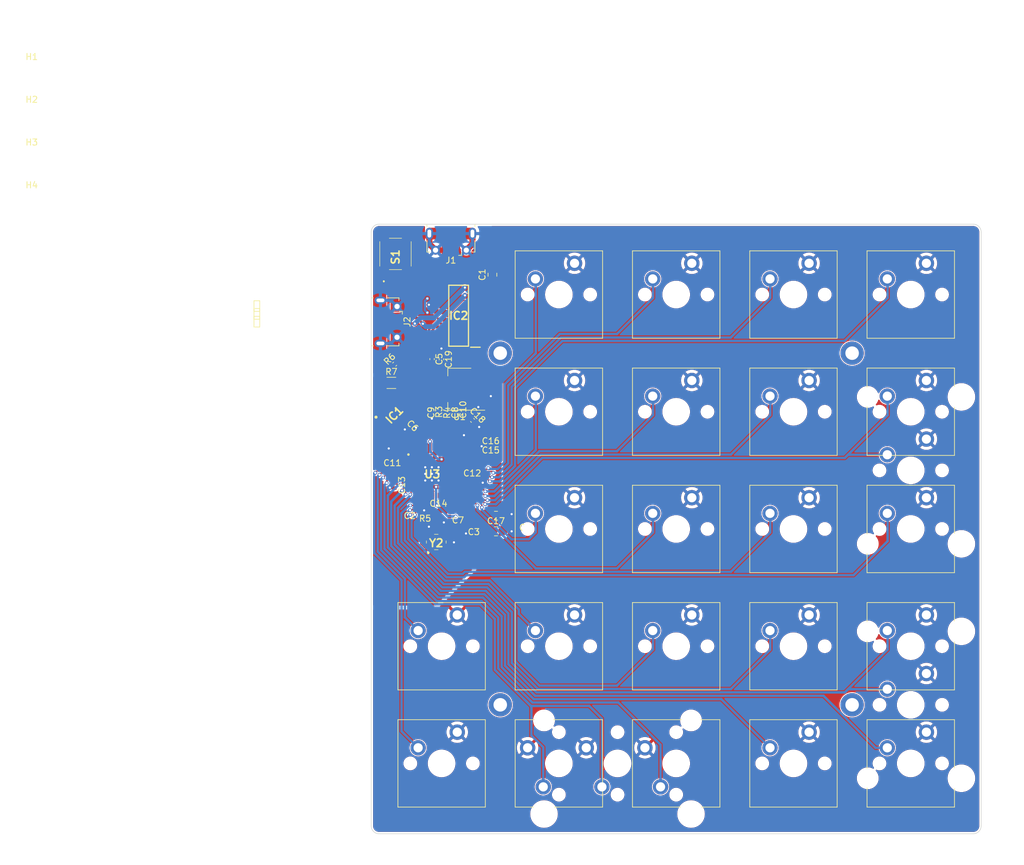
<source format=kicad_pcb>
(kicad_pcb (version 20221018) (generator pcbnew)
  (title_block (title "RP2040 Minimal Design Example") (date "2020-07-13") (rev "REV1") (company "Raspberry Pi (Trading) Ltd"))
  (layers (0 "F.Cu" signal) (31 "B.Cu" signal) (34 "B.Paste" user) (35 "F.Paste" user) (36 "B.SilkS" user "B.Silkscreen") (37 "F.SilkS" user "F.Silkscreen") (38 "B.Mask" user) (39 "F.Mask" user) (44 "Edge.Cuts" user))
  (net 0 "")
  (net 1 "GND")
  (net 2 "VBUS")
  (net 3 "/XIN")
  (net 4 "/XOUT")
  (net 5 "+3V3")
  (net 6 "+1V1")
  (net 7 "/~{USB_BOOT}")
  (net 8 "/GPIO15")
  (net 9 "/GPIO14")
  (net 10 "/GPIO13")
  (net 11 "/GPIO12")
  (net 12 "/GPIO11")
  (net 13 "/GPIO10")
  (net 14 "/GPIO9")
  (net 15 "/GPIO8")
  (net 16 "/GPIO7")
  (net 17 "/GPIO6")
  (net 18 "/GPIO5")
  (net 19 "/GPIO4")
  (net 20 "/GPIO3")
  (net 21 "/GPIO2")
  (net 22 "/GPIO1")
  (net 23 "/GPIO0")
  (net 24 "/GPIO29_ADC3")
  (net 25 "/GPIO28_ADC2")
  (net 26 "/GPIO27_ADC1")
  (net 27 "/GPIO26_ADC0")
  (net 28 "/GPIO25")
  (net 29 "/GPIO24")
  (net 30 "/GPIO23")
  (net 31 "/GPIO22")
  (net 32 "/GPIO21")
  (net 33 "/GPIO20")
  (net 34 "/GPIO19")
  (net 35 "/GPIO18")
  (net 36 "/GPIO17")
  (net 37 "/GPIO16")
  (net 38 "/RUN")
  (net 39 "/SWD")
  (net 40 "/SWCLK")
  (net 41 "/QSPI_SS")
  (net 42 "/D+")
  (net 43 "/QSPI_SD3")
  (net 44 "/QSPI_SCLK")
  (net 45 "/QSPI_SD0")
  (net 46 "/QSPI_SD2")
  (net 47 "/QSPI_SD1")
  (net 48 "/USB_D+")
  (net 49 "/USB_D-")
  (net 50 "/D-")
  (net 52 "Net-(Y2-CRYSTAL_2)")
  (net 58 "Net-(IC2-VDD33)")
  (net 59 "Net-(IC2-VDD18)")
  (net 60 "/D2-")
  (net 61 "/D2+")
  (net 62 "/D1-")
  (net 63 "/D1+")
  (footprint "Capacitor_SMD:C_0805_2012Metric" (layer "F.Cu") (at 160.755181 148.578204)
    (fp_text reference "C4")
    (fp_text value "10u" hide)
  )
  (footprint "Package_TO_SOT_SMD:SOT-223-3_TabPin2" (layer "F.Cu") (at 154.838 128.016 180)
    (fp_text reference "U1")
    (fp_text value "NCP1117-3.3_SOT223")
  )
  (footprint "Capacitor_SMD:C_0805_2012Metric" (layer "F.Cu") (at 160.176779 109.4135 90)
    (fp_text reference "C1")
    (fp_text value "10u")
  )
  (footprint "Capacitor_SMD:C_0402_1005Metric" (layer "F.Cu") (at 151.408486 135.229139 -90)
    (fp_text reference "R3")
    (fp_text value "27")
  )
  (footprint "Capacitor_SMD:C_0402_1005Metric" (layer "F.Cu") (at 153.186486 149.199139 -90)
    (fp_text reference "C7")
    (fp_text value "100n")
  )
  (footprint "Connector_USB:USB_Micro-B_Molex-105017-0001" (layer "F.Cu") (at 153.432 103.968 180)
    (fp_text reference "J1")
    (fp_text value "USB_B_Micro")
  )
  (footprint "PCM_Switch_Keyboard_Cherry_MX:SW_Cherry_MX_PCB_2.00u_90deg" (layer "F.Cu") (at 228.121779 179.312)
    (fp_text reference "SW25" hide)
    (fp_text value "SW_Push_45deg")
  )
  (footprint "Capacitor_SMD:C_0402_1005Metric" (layer "F.Cu") (at 152.408487 135.354139 -90)
    (fp_text reference "R4")
    (fp_text value "27")
  )
  (footprint "Capacitor_SMD:C_0402_1005Metric" (layer "F.Cu") (at 150.646487 148.94514 -90)
    (fp_text reference "R5")
    (fp_text value "1k")
  )
  (footprint "PCM_Switch_Keyboard_Cherry_MX:SW_Cherry_MX_PCB_1.00u" (layer "F.Cu") (at 209.071779 169.787)
    (fp_text reference "SW12" hide)
    (fp_text value "SW_Push_45deg" hide)
  )
  (footprint "Capacitor_SMD:C_0402_1005Metric" (layer "F.Cu") (at 156.893486 136.439139)
    (fp_text reference "C16")
    (fp_text value "100n")
  )
  (footprint "PCM_Switch_Keyboard_Cherry_MX:SW_Cherry_MX_PCB_2.00u_90deg" (layer "F.Cu") (at 180.496779 188.837 90)
    (fp_text reference "SW23" hide)
    (fp_text value "SW_Push_45deg")
  )
  (footprint "MountingHole:MountingHole_2.7mm_M2.5" (layer "F.Cu") (at 85.344 84.652)
    (fp_text reference "H2")
    (fp_text value "MountingHole")
  )
  (footprint "SamacSys_Parts:QFN40P700X700X90-57N-D" (layer "F.Cu") (at 150.408487 141.839139)
    (fp_text reference "U3")
    (fp_text value "RP2040" hide)
  )
  (footprint "Capacitor_SMD:C_0402_1005Metric" (layer "F.Cu") (at 155.370125 150.402879)
    (fp_text reference "C3")
    (fp_text value "27p")
  )
  (footprint "PCM_Switch_Keyboard_Cherry_MX:SW_Cherry_MX_PCB_2.00u_90deg" (layer "F.Cu") (at 228.121779 141.212)
    (fp_text reference "SW24" hide)
    (fp_text value "SW_Push_45deg")
  )
  (footprint "PCM_Switch_Keyboard_Cherry_MX:SW_Cherry_MX_PCB_1.00u" (layer "F.Cu") (at 190.021779 131.687)
    (fp_text reference "SW9" hide)
    (fp_text value "SW_Push_45deg" hide)
  )
  (footprint "Capacitor_SMD:C_0402_1005Metric" (layer "F.Cu") (at 150.408486 134.354139 90)
    (fp_text reference "C9")
    (fp_text value "100n")
  )
  (footprint "Capacitor_SMD:C_0402_1005Metric" (layer "F.Cu") (at 156.945181 133.084203 -45)
    (fp_text reference "C18")
    (fp_text value "100n")
  )
  (footprint "PCM_Switch_Keyboard_Cherry_MX:SW_Cherry_MX_PCB_1.00u" (layer "F.Cu") (at 228.121779 150.737)
    (fp_text reference "SW18" hide)
    (fp_text value "SW_Push_45deg")
  )
  (footprint "Capacitor_SMD:C_0402_1005Metric" (layer "F.Cu") (at 143.923487 138.839139 180)
    (fp_text reference "C11")
    (fp_text value "100n")
  )
  (footprint "Capacitor_SMD:C_0402_1005Metric" (layer "F.Cu") (at 149.073486 148.69114 180)
    (fp_text reference "C2")
    (fp_text value "27p")
  )
  (footprint "SamacSys_Parts:TS1187ABAB" (layer "F.Cu") (at 144.428779 106.033 90)
    (fp_text reference "S1")
    (fp_text value "TS-1187A-B-A-B" hide)
  )
  (footprint "PCM_Switch_Keyboard_Cherry_MX:SW_Cherry_MX_PCB_1.00u" (layer "F.Cu") (at 209.071779 150.737)
    (fp_text reference "SW13" hide)
    (fp_text value "SW_Push_45deg" hide)
  )
  (footprint "PCM_Switch_Keyboard_Cherry_MX:SW_Cherry_MX_PCB_1.00u" (layer "F.Cu") (at 170.971779 169.787)
    (fp_text reference "SW2" hide)
    (fp_text value "SW_Push_45deg" hide)
  )
  (footprint "Capacitor_SMD:C_0402_1005Metric" (layer "F.Cu") (at 156.893486 137.839139)
    (fp_text reference "C15")
    (fp_text value "100n")
  )
  (footprint "PCM_Switch_Keyboard_Cherry_MX:SW_Cherry_MX_PCB_1.00u" (layer "F.Cu") (at 151.921779 188.837)
    (fp_text reference "SW21" hide)
    (fp_text value "SW_Push_45deg")
  )
  (footprint "PCM_Switch_Keyboard_Cherry_MX:SW_Cherry_MX_PCB_1.00u" (layer "F.Cu") (at 228.121779 131.687)
    (fp_text reference "SW19" hide)
    (fp_text value "SW_Push_45deg")
  )
  (footprint "Connector_USB:USB_Micro-B_Molex-105017-0001" (layer "F.Cu") (at 143.2235 117.078 -90)
    (fp_text reference "J2")
    (fp_text value "USB_B_Micro")
  )
  (footprint "MountingHole:MountingHole_2.7mm_M2.5" (layer "F.Cu") (at 85.344 98.552)
    (fp_text reference "H4")
    (fp_text value "MountingHole")
  )
  (footprint "MountingHole:MountingHole_2.2mm_M2_DIN965_Pad" (layer "F.Cu") (at 161.446779 122.162 90)
    (fp_text reference "REF**" hide)
    (fp_text value "MountingHole_2.2mm_M2_DIN965_Pad")
  )
  (footprint "MountingHole:MountingHole_2.7mm_M2.5" (layer "F.Cu") (at 85.344 91.602)
    (fp_text reference "H3")
    (fp_text value "MountingHole")
  )
  (footprint "SamacSys_Parts:SON80P400X400X50-9N" (layer "F.Cu") (at 144.272 132.20914 45)
    (fp_text reference "IC1")
    (fp_text value "W25Q64JVXGIQ" hide)
  )
  (footprint "PCM_Switch_Keyboard_Cherry_MX:SW_Cherry_MX_PCB_1.00u" (layer "F.Cu") (at 228.121779 188.837)
    (fp_text reference "SW16" hide)
    (fp_text value "SW_Push_45deg" hide)
  )
  (footprint "PCM_Switch_Keyboard_Cherry_MX:SW_Cherry_MX_PCB_1.00u" (layer "F.Cu") (at 190.021779 169.787)
    (fp_text reference "SW7" hide)
    (fp_text value "SW_Push_45deg" hide)
  )
  (footprint "MountingHole:MountingHole_2.7mm_M2.5" (layer "F.Cu") (at 85.344 77.702)
    (fp_text reference "H1")
    (fp_text value "MountingHole")
  )
  (footprint "Capacitor_SMD:C_0402_1005Metric" (layer "F.Cu") (at 153.408486 135.354139 90)
    (fp_text reference "C8")
    (fp_text value "1u")
  )
  (footprint "Capacitor_SMD:C_0402_1005Metric" (layer "F.Cu") (at 149.352 135.382 135)
    (fp_text reference "C6")
    (fp_text value "100n")
  )
  (footprint "PCM_Switch_Keyboard_Cherry_MX:SW_Cherry_MX_PCB_1.00u" (layer "F.Cu") (at 170.971779 150.737)
    (fp_text reference "SW3" hide)
    (fp_text value "SW_Push_45deg" hide)
  )
  (footprint "Capacitor_SMD:C_0402_1005Metric" (layer "F.Cu") (at 144.302816 123.946713 45)
    (fp_text reference "R6")
    (fp_text value "1k")
  )
  (footprint "Capacitor_SMD:C_0402_1005Metric" (layer "F.Cu") (at 151.916486 148.183139 -90)
    (fp_text reference "C14")
    (fp_text value "100n")
  )
  (footprint "PCM_Switch_Keyboard_Cherry_MX:SW_Cherry_MX_PCB_1.00u" (layer "F.Cu") (at 190.021779 150.737)
    (fp_text reference "SW8" hide)
    (fp_text value "SW_Push_45deg" hide)
  )
  (footprint "Capacitor_SMD:C_0402_1005Metric" (layer "F.Cu") (at 154.408486 135.354139 90)
    (fp_text reference "C10")
    (fp_text value "1u")
  )
  (footprint "PCM_Switch_Keyboard_Cherry_MX:SW_Cherry_MX_PCB_1.00u" (layer "F.Cu") (at 209.071779 112.637)
    (fp_text reference "SW15" hide)
    (fp_text value "SW_Push_45deg" hide)
  )
  (footprint "PCM_Switch_Keyboard_Cherry_MX:SW_Cherry_MX_PCB_1.00u" (layer "F.Cu") (at 190.021779 112.637)
    (fp_text reference "SW10" hide)
    (fp_text value "SW_Push_45deg" hide)
  )
  (footprint "PCM_Switch_Keyboard_Cherry_MX:SW_Cherry_MX_PCB_1.00u" (layer "F.Cu") (at 170.971779 188.837 90)
    (fp_text reference "SW1" hide)
    (fp_text value "SW_Push_45deg" hide)
  )
  (footprint "Resistor_SMD:R_1206_3216Metric_Pad1.30x1.75mm_HandSolder" (layer "F.Cu") (at 143.764 127)
    (fp_text reference "R7")
    (fp_text value "DNF")
  )
  (footprint "PCM_Switch_Keyboard_Cherry_MX:SW_Cherry_MX_PCB_1.00u" (layer "F.Cu") (at 228.121779 169.787)
    (fp_text reference "SW17" hide)
    (fp_text value "SW_Push_45deg" hide)
  )
  (footprint "SamacSys_Parts:SOIC127P604X185-16N" (layer "F.Cu") (at 154.686 116.078 180)
    (fp_text reference "IC2")
    (fp_text value "SL2.1A" hide)
  )
  (footprint "MountingHole:MountingHole_2.2mm_M2_DIN965_Pad" (layer "F.Cu") (at 161.446779 179.312 90)
    (fp_text reference "REF**" hide)
    (fp_text value "MountingHole_2.2mm_M2_DIN965_Pad")
  )
  (footprint "PCM_Switch_Keyboard_Cherry_MX:SW_Cherry_MX_PCB_1.00u" (layer "F.Cu") (at 228.121779 112.637)
    (fp_text reference "SW20" hide)
    (fp_text value "SW_Push_45deg")
  )
  (footprint "Capacitor_SMD:C_0805_2012Metric" (layer "F.Cu") (at 160.755181 151.118203)
    (fp_text reference "C17")
    (fp_text value "10u")
  )
  (footprint "Capacitor_SMD:C_0402_1005Metric" (layer "F.Cu") (at 150.368 123.134 -90)
    (fp_text reference "C5")
    (fp_text value "10uf")
  )
  (footprint "MountingHole:MountingHole_2.2mm_M2_DIN965_Pad" (layer "F.Cu") (at 218.596779 122.162 90)
    (fp_text reference "REF**" hide)
    (fp_text value "MountingHole_2.2mm_M2_DIN965_Pad")
  )
  (footprint "PCM_Switch_Keyboard_Cherry_MX:SW_Cherry_MX_PCB_1.00u" (layer "F.Cu") (at 190.021779 188.837 90)
    (fp_text reference "SW6" hide)
    (fp_text value "SW_Push_45deg" hide)
  )
  (footprint "PCM_Switch_Keyboard_Cherry_MX:SW_Cherry_MX_PCB_1.00u" (layer "F.Cu") (at 170.971779 131.687)
    (fp_text reference "SW4" hide)
    (fp_text value "SW_Push_45deg" hide)
  )
  (footprint "SamacSys_Parts:X322512MSB4SI" (layer "F.Cu") (at 151.052429 152.856753)
    (fp_text reference "Y2")
    (fp_text value "X322512MSB4SI" hide)
  )
  (footprint "Capacitor_SMD:C_0402_1005Metric" (layer "F.Cu") (at 151.892 123.162 -90)
    (fp_text reference "C19")
    (fp_text value "10uf")
  )
  (footprint "MountingHole:MountingHole_2.2mm_M2_DIN965_Pad" (layer "F.Cu") (at 218.596779 179.312 90)
    (fp_text reference "REF**" hide)
    (fp_text value "MountingHole_2.2mm_M2_DIN965_Pad")
  )
  (footprint "PCM_Mounting_Keyboard_Stabilizer:Stabilizer_Cherry_MX_2.00u" (layer "F.Cu") (at 180.496779 188.837)
    (fp_text reference "REF**" hide)
    (fp_text value "Stabilizer_Cherry_MX_2.00u")
  )
  (footprint "PCM_Switch_Keyboard_Cherry_MX:SW_Cherry_MX_PCB_1.00u" (layer "F.Cu") (at 209.071779 131.687)
    (fp_text reference "SW14" hide)
    (fp_text value "SW_Push_45deg" hide)
  )
  (footprint "Capacitor_SMD:C_0402_1005Metric" (layer "F.Cu") (at 156.893486 142.84914)
    (fp_text reference "C12")
    (fp_text value "100n")
  )
  (footprint "PCM_Mounting_Keyboard_Stabilizer:Stabilizer_Cherry_MX_2.00u" (layer "F.Cu") (at 228.121779 179.312 90)
    (fp_text reference "REF**" hide)
    (fp_text value "Stabilizer_Cherry_MX_2.00u")
  )
  (footprint "Capacitor_SMD:C_0402_1005Metric" (layer "F.Cu") (at 144.296487 143.611139 -90)
    (fp_text reference "C13")
    (fp_text value "100n")
  )
  (footprint "PCM_Switch_Keyboard_Cherry_MX:SW_Cherry_MX_PCB_1.00u" (layer "F.Cu") (at 151.921779 169.787)
    (fp_text reference "SW22" hide)
    (fp_text value "SW_Push_45deg")
  )
  (footprint "PCM_Mounting_Keyboard_Stabilizer:Stabilizer_Cherry_MX_2.00u" (layer "F.Cu") (at 228.121779 141.212 90)
    (fp_text reference "REF**" hide)
    (fp_text value "Stabilizer_Cherry_MX_2.00u")
  )
  (footprint "PCM_Switch_Keyboard_Cherry_MX:SW_Cherry_MX_PCB_1.00u" (layer "F.Cu") (at 209.071779 188.837)
    (fp_text reference "SW11" hide)
    (fp_text value "SW_Push_45deg")
  )
  (footprint "PCM_Switch_Keyboard_Cherry_MX:SW_Cherry_MX_PCB_1.00u" (layer "F.Cu") (at 170.971779 112.637)
    (fp_text reference "SW5" hide)
    (fp_text value "SW_Push_45deg" hide)
  )
  (gr_arc (start 141.761779 200.267) (mid 140.863724 199.895055) (end 140.491779 198.997) (stroke (width 0.1)) (layer "Edge.Cuts"))
  (gr_arc (start 140.491779 102.477) (mid 140.863753 101.578974) (end 141.761779 101.207) (stroke (width 0.1)) (layer "Edge.Cuts"))
  (gr_line (start 141.761779 200.267) (end 238.281779 200.267) (stroke (width 0.1)) (layer "Edge.Cuts"))
  (gr_arc (start 238.281779 101.207) (mid 239.179834 101.578945) (end 239.551779 102.477) (stroke (width 0.1)) (layer "Edge.Cuts"))
  (gr_line (start 140.491779 102.477) (end 140.491779 198.997) (stroke (width 0.1)) (layer "Edge.Cuts"))
  (gr_arc (start 239.551779 198.997) (mid 239.179805 199.895026) (end 238.281779 200.267) (stroke (width 0.1)) (layer "Edge.Cuts"))
  (gr_line (start 141.761779 101.207) (end 238.281779 101.207) (stroke (width 0.1)) (layer "Edge.Cuts"))
  (gr_line (start 239.551779 198.997) (end 239.551779 102.477) (stroke (width 0.1)) (layer "Edge.Cuts"))
  (gr_text "🥕" (at 121.285 116.586) (layer "F.SilkS") (effects (font (size 1.5 1.5) (thickness 0.3) bold) (justify left bottom)))
  (gr_text "🥕" (at 121.285 115.316) (layer "F.SilkS") (effects (font (size 1.5 1.5) (thickness 0.3) bold) (justify left bottom)))
  (gr_text "🥕" (at 121.285 117.856) (layer "F.SilkS") (effects (font (size 1.5 1.5) (thickness 0.3) bold) (justify left bottom)))
  (segment (start 157.378487 136.439139) (end 158.231053 137.291705) (width 0.4) (layer "F.Cu") (net 1))
  (segment (start 143.438487 138.839139) (end 143.336581 138.737234) (width 0.4) (layer "F.Cu") (net 1))
  (segment (start 149.408488 145.289139) (end 149.408488 147.38426) (width 0.2) (layer "F.Cu") (net 1))
  (segment (start 148.588486 148.69114) (end 148.588486 148.204261) (width 0.4) (layer "F.Cu") (net 1))
  (segment (start 153.408486 134.869139) (end 154.408486 134.869139) (width 0.4) (layer "F.Cu") (net 1))
  (segment (start 156.932 104.4305) (end 155.932 105.4305) (width 1) (layer "F.Cu") (net 1))
  (segment (start 157.378487 142.84914) (end 157.748021 143.218674) (width 0.4) (layer "F.Cu") (net 1))
  (segment (start 151.892 123.642) (end 150.396 123.642) (width 0.4) (layer "F.Cu") (net 1))
  (segment (start 155.855125 150.006824) (end 155.855125 150.402879) (width 0.4) (layer "F.Cu") (net 1))
  (segment (start 151.961 115.443) (end 151.003 115.443) (width 0.8) (layer "F.Cu") (net 1))
  (segment (start 146.303779 109.033) (end 146.303779 103.033) (width 0.4) (layer "F.Cu") (net 1))
  (segment (start 161.705182 151.118204) (end 163.295181 151.118203) (width 0.4) (layer "F.Cu") (net 1))
  (segment (start 149.932 104.4305) (end 150.932 105.4305) (width 1) (layer "F.Cu") (net 1))
  (segment (start 156.932 102.7305) (end 156.932 104.4305) (width 1) (layer "F.Cu") (net 1))
  (segment (start 158.231053 137.291705) (end 158.423412 137.291705) (width 0.4) (layer "F.Cu") (net 1))
  (segment (start 157.284592 133.423614) (end 158.022811 134.161833) (width 0.4) (layer "F.Cu") (net 1))
  (segment (start 143.336581 138.737234) (end 143.336581 137.650915) (width 0.4) (layer "F.Cu") (net 1))
  (segment (start 160.176779 106.269221) (end 160.782 105.664) (width 1) (layer "F.Cu") (net 1))
  (segment (start 149.932 102.7305) (end 149.932 104.4305) (width 1) (layer "F.Cu") (net 1))
  (segment (start 145.850386 134.66079) (end 143.965934 134.66079) (width 0.4) (layer "F.Cu") (net 1))
  (segment (start 159.156 130.925) (end 159.904 130.177) (width 0.8) (layer "F.Cu") (net 1))
  (segment (start 152.152429 153.706753) (end 153.125247 153.706753) (width 0.4) (layer "F.Cu") (net 1))
  (segment (start 151.747404 153.706753) (end 152.152429 153.706753) (width 0.4) (layer "F.Cu") (net 1))
  (segment (start 151.892 123.642) (end 151.934965 123.642) (width 0.4) (layer "F.Cu") (net 1))
  (segment (start 160.176779 108.476) (end 160.176779 106.269221) (width 1) (layer "F.Cu") (net 1))
  (segment (start 155.855125 150.402879) (end 155.879398 150.427152) (width 0.4) (layer "F.Cu") (net 1))
  (segment (start 149.952429 152.006753) (end 150.047404 152.006754) (width 0.4) (layer "F.Cu") (net 1))
  (segment (start 144.296487 144.096139) (end 143.588139 144.096139) (width 0.4) (layer "F.Cu") (net 1))
  (segment (start 151.003 115.443) (end 149.86 114.3) (width 0.8) (layer "F.Cu") (net 1))
  (segment (start 155.340582 149.492282) (end 155.855125 150.006824) (width 0.4) (layer "F.Cu") (net 1))
  (segment (start 145.949886 134.56129) (end 145.850386 134.66079) (width 0.4) (layer "F.Cu") (net 1))
  (segment (start 151.892 120.592) (end 151.961 120.523) (width 0.4) (layer "F.Cu") (net 1))
  (segment (start 151.934965 123.642) (end 152.654 122.922965) (width 0.4) (layer "F.Cu") (net 1))
  (segment (start 159.904 130.177) (end 159.904 129.161) (width 0.8) (layer "F.Cu") (net 1))
  (segment (start 148.588486 148.204261) (end 149.083945 147.708802) (width 0.4) (layer "F.Cu") (net 1))
  (segment (start 151.916486 148.66814) (end 152.287295 149.038949) (width 0.4) (layer "F.Cu") (net 1))
  (segment (start 143.965934 134.66079) (end 143.74167 134.436526) (width 0.4) (layer "F.Cu") (net 1))
  (segment (start 150.396 123.642) (end 150.368 123.614) (width 0.4) (layer "F.Cu") (net 1))
  (segment (start 157.886 130.925) (end 159.156 130.925) (width 0.8) (layer "F.Cu") (net 1))
  (segment (start 157.748021 143.218674) (end 158.603017 143.218674) (width 0.4) (layer "F.Cu") (net 1))
  (segment (start 157.925921 137.291705) (end 158.423412 137.291705) (width 0.4) (layer "F.Cu") (net 1))
  (segment (start 152.654 122.174) (end 151.892 121.412) (width 0.4) (layer "F.Cu") (net 1))
  (segment (start 152.287295 149.038949) (end 152.287295 149.671887) (width 0.4) (layer "F.Cu") (net 1))
  (segment (start 153.186486 149.68414) (end 153.174233 149.671887) (width 0.4) (layer "F.Cu") (net 1))
  (segment (start 149.952429 150.460429) (end 149.86 150.368) (width 0.4) (layer "F.Cu") (net 1))
  (segment (start 148.567583 135.039053) (end 147.769494 134.240964) (width 0.4) (layer "F.Cu") (net 1))
  (segment (start 143.588139 144.096139) (end 143.51 144.018) (width 0.4) (layer "F.Cu") (net 1))
  (segment (start 152.654 122.922965) (end 152.654 122.174) (width 0.4) (layer "F.Cu") (net 1))
  (segment (start 163.041181 148.578204) (end 163.295181 148.324204) (width 0.4) (layer "F.Cu") (net 1))
  (segment (start 153.125247 153.706753) (end 153.924 152.908) (width 0.4) (layer "F.Cu") (net 1))
  (segment (start 154.430304 149.68414) (end 154.622162 149.492282) (width 0.4) (layer "F.Cu") (net 1))
  (segment (start 153.186486 149.68414) (end 154.430304 149.68414) (width 0.4) (layer "F.Cu") (net 1))
  (segment (start 146.303779 103.033) (end 156.6295 103.033) (width 1) (layer "F.Cu") (net 1))
  (segment (start 151.892 121.412) (end 151.892 120.592) (width 0.4) (layer "F.Cu") (net 1))
  (segment (start 161.692681 148.578203) (end 163.041181 148.578204) (width 0.4) (layer "F.Cu") (net 1))
  (segment (start 149.408488 147.38426) (end 149.083945 147.708802) (width 0.2) (layer "F.Cu") (net 1))
  (segment (start 161.692681 148.578203) (end 161.692681 151.105704) (width 0.4) (layer "F.Cu") (net 1))
  (segment (start 153.174233 149.671887) (end 152.287295 149.671887) (width 0.4) (layer "F.Cu") (net 1))
  (segment (start 157.988 130.823) (end 157.886 130.925) (width 1) (layer "F.Cu") (net 1))
  (segment (start 150.932 105.4305) (end 151.638 105.4305) (width 1) (layer "F.Cu") (net 1))
  (segment (start 150.408486 133.869139) (end 150.341181 133.801833) (width 0.4) (layer "F.Cu") (net 1))
  (segment (start 149.009053 135.039053) (end 148.567583 135.039053) (width 0.4) (layer "F.Cu") (net 1))
  (segment (start 156.6295 103.033) (end 156.932 102.7305) (width 1) (layer "F.Cu") (net 1))
  (segment (start 150.341181 133.801833) (end 150.341181 132.801577) (width 0.4) (layer "F.Cu") (net 1))
  (segment (start 159.904 129.161) (end 159.918 129.147) (width 1) (layer "F.Cu") (net 1))
  (segment (start 150.047404 152.006754) (end 151.747404 153.706753) (width 0.4) (layer "F.Cu") (net 1))
  (segment (start 149.952429 152.006753) (end 149.952429 150.460429) (width 0.4) (layer "F.Cu") (net 1))
  (segment (start 155.879398 150.427152) (end 155.879398 151.467938) (width 0.4) (layer "F.Cu") (net 1))
  (segment (start 157.378487 137.839139) (end 157.925921 137.291705) (width 0.4) (layer "F.Cu") (net 1))
  (segment (start 154.622162 149.492282) (end 155.340582 149.492282) (width 0.4) (layer "F.Cu") (net 1))
  (segment (start 154.923215 134.869139) (end 155.54973 135.495654) (width 0.4) (layer "F.Cu") (net 1))
  (segment (start 154.408486 134.869139) (end 154.923215 134.869139) (width 0.4) (layer "F.Cu") (net 1))
  (via (at 159.918 129.147) (size 0.6) (drill 0.35) (layers "F.Cu" "B.Cu") (net 1))
  (via (at 163.295181 148.324204) (size 0.6) (drill 0.35) (layers "F.Cu" "B.Cu") (net 1))
  (via (at 158.603017 143.218674) (size 0.6) (drill 0.35) (layers "F.Cu" "B.Cu") (net 1))
  (via (at 151.418812 141.781833) (size 0.6) (drill 0.35) (layers "F.Cu" "B.Cu") (net 1))
  (via (at 147.769494 134.240964) (size 0.6) (drill 0.35) (layers "F.Cu" "B.Cu") (net 1))
  (via (at 151.892 121.412) (size 0.6) (drill 0.35) (layers "F.Cu" "B.Cu") (net 1))
  (via (at 151.418812 142.859464) (size 0.6) (drill 0.35) (layers "F.Cu" "B.Cu") (net 1))
  (via (at 158.022811 134.161833) (size 0.6) (drill 0.35) (layers "F.Cu" "B.Cu") (net 1))
  (via (at 149.26355 142.859464) (size 0.6) (drill 0.35) (layers "F.Cu" "B.Cu") (net 1))
  (via (at 149.26355 140.704203) (size 0.6) (drill 0.35) (layers "F.Cu" "B.Cu") (net 1))
  (via (at 149.26355 141.781833) (size 0.6) (drill 0.35) (layers "F.Cu" "B.Cu") (net 1))
  (via (at 149.86 114.3) (size 0.6) (drill 0.35) (layers "F.Cu" "B.Cu") (net 1))
  (via (at 149.083945 147.708802) (size 0.6) (drill 0.35) (layers "F.Cu" "B.Cu") (net 1))
  (via (at 150.341181 132.801577) (size 0.6) (drill 0.35) (layers "F.Cu" "B.Cu") (net 1))
  (via (at 143.336581 137.650915) (size 0.6) (drill 0.35) (layers "F.Cu" "B.Cu") (net 1))
  (via (at 151.418812 140.704203) (size 0.6) (drill 0.35) (layers "F.Cu" "B.Cu") (net 1))
  (via (at 149.86 150.368) (size 0.6) (drill 0.35) (layers "F.Cu" "B.Cu") (net 1))
  (via (at 158.423412 137.291705) (size 0.6) (drill 0.35) (layers "F.Cu" "B.Cu") (net 1))
  (via (at 155.879398 151.467938) (size 0.6) (drill 0.35) (layers "F.Cu" "B.Cu") (net 1))
  (via (at 157.886 130.925) (size 0.6) (drill 0.35) (layers "F.Cu" "B.Cu") (net 1))
  (via (at 143.51 144.018) (size 0.6) (drill 0.35) (layers "F.Cu" "B.Cu") (net 1))
  (via (at 153.924 152.908) (size 0.6) (drill 0.35) (layers "F.Cu" "B.Cu") (net 1))
  (via (at 155.54973 135.495654) (size 0.6) (drill 0.35) (layers "F.Cu" "B.Cu") (net 1))
  (via (at 150.341181 140.704203) (size 0.6) (drill 0.35) (layers "F.Cu" "B.Cu") (net 1))
  (via (at 163.295181 151.118203) (size 0.6) (drill 0.35) (layers "F.Cu" "B.Cu") (net 1))
  (via (at 150.341181 141.781833) (size 0.6) (drill 0.35) (layers "F.Cu" "B.Cu") (net 1))
  (via (at 152.287295 149.671887) (size 0.6) (drill 0.35) (layers "F.Cu" "B.Cu") (net 1))
  (via (at 145.949886 134.56129) (size 0.6) (drill 0.35) (layers "F.Cu" "B.Cu") (net 1))
  (via (at 150.341181 142.859464) (size 0.6) (drill 0.35) (layers "F.Cu" "B.Cu") (net 1))
  (segment (start 150.79366 114.173) (end 149.90466 113.284) (width 0.4) (layer "F.Cu") (net 2))
  (segment (start 149.90466 113.284) (end 149.606 113.284) (width 0.4) (layer "F.Cu") (net 2))
  (segment (start 149.398 115.778) (end 149.606 115.57) (width 0.4) (layer "F.Cu") (net 2))
  (segment (start 151.961 114.173) (end 150.79366 114.173) (width 0.4) (layer "F.Cu") (net 2))
  (segment (start 144.686 115.778) (end 149.398 115.778) (width 0.4) (layer "F.Cu") (net 2))
  (via (at 149.606 115.57) (size 0.6) (drill 0.35) (layers "F.Cu" "B.Cu") (net 2))
  (via (at 149.606 113.284) (size 0.6) (drill 0.35) (layers "F.Cu" "B.Cu") (net 2))
  (segment (start 149.21 115.174) (end 149.606 115.57) (width 0.4) (layer "B.Cu") (net 2))
  (segment (start 149.606 113.284) (end 149.21 113.68) (width 0.4) (layer "B.Cu") (net 2))
  (segment (start 149.21 113.68) (end 149.21 115.174) (width 0.4) (layer "B.Cu") (net 2))
  (segment (start 148.634932 149.953866) (end 148.634932 153.089257) (width 0.4) (layer "F.Cu") (net 3))
  (segment (start 149.558487 149.030312) (end 148.634932 149.953866) (width 0.4) (layer "F.Cu") (net 3))
  (segment (start 149.252428 153.706753) (end 149.952429 153.706753) (width 0.4) (layer "F.Cu") (net 3))
  (segment (start 148.634932 153.089257) (end 149.252428 153.706753) (width 0.4) (layer "F.Cu") (net 3))
  (segment (start 149.808487 148.441139) (end 149.558486 148.691139) (width 0.2) (layer "F.Cu") (net 3))
  (segment (start 149.558487 148.69114) (end 149.558487 149.030312) (width 0.4) (layer "F.Cu") (net 3))
  (segment (start 149.808487 145.289139) (end 149.808487 148.441139) (width 0.2) (layer "F.Cu") (net 3))
  (segment (start 150.208486 148.022139) (end 150.208487 145.289139) (width 0.2) (layer "F.Cu") (net 4))
  (segment (start 150.646487 148.460139) (end 150.208486 148.022139) (width 0.2) (layer "F.Cu") (net 4))
  (segment (start 147.852486 139.439139) (end 148.052487 139.239139) (width 0.4) (layer "F.Cu") (net 5))
  (segment (start 148.052487 139.239139) (end 148.106487 139.293139) (width 0.2) (layer "F.Cu") (net 5))
  (segment (start 152.805486 139.420139) (end 153.008486 139.217139) (width 0.2) (layer "F.Cu") (net 5))
  (segment (start 152.815486 142.839139) (end 152.815486 139.430139) (width 0.4) (layer "F.Cu") (net 5))
  (segment (start 150.408486 134.839139) (end 150.408486 136.102139) (width 0.2) (layer "F.Cu") (net 5))
  (segment (start 150.608487 139.077139) (end 150.392487 139.293139) (width 0.2) (layer "F.Cu") (net 5))
  (segment (start 151.008486 138.389139) (end 151.008486 137.661139) (width 0.2) (layer "F.Cu") (net 5))
  (segment (start 146.958486 142.83914) (end 147.842486 142.839139) (width 0.2) (layer "F.Cu") (net 5))
  (segment (start 150.408486 136.102139) (end 150.608487 136.30214) (width 0.2) (layer "F.Cu") (net 5))
  (segment (start 153.858487 139.239139) (end 152.986487 139.239139) (width 0.2) (layer "F.Cu") (net 5))
  (segment (start 152.608487 139.223139) (end 152.805486 139.420139) (width 0.2) (layer "F.Cu") (net 5))
  (segment (start 150.608487 144.66414) (end 150.444486 144.500139) (width 0.2) (layer "F.Cu") (net 5))
  (segment (start 150.608487 137.261139) (end 150.608486 138.389139) (width 0.2) (layer "F.Cu") (net 5))
  (segment (start 150.719486 139.239139) (end 150.773486 139.29314) (width 0.4) (layer "F.Cu") (net 5))
  (segment (start 147.842486 142.839139) (end 147.842486 144.363139) (width 0.4) (layer "F.Cu") (net 5))
  (segment (start 150.608487 136.30214) (end 150.608487 137.261139) (width 0.2) (layer "F.Cu") (net 5))
  (segment (start 151.008486 137.661139) (end 150.608487 137.261139) (width 0.2) (layer "F.Cu") (net 5))
  (segment (start 146.958486 142.83914) (end 144.608487 142.839139) (width 0.2) (layer "F.Cu") (net 5))
  (segment (start 150.608487 145.289139) (end 150.608487 144.66414) (width 0.2) (layer "F.Cu") (net 5))
  (segment (start 152.986487 139.239139) (end 152.805486 139.420139) (width 0.2) (layer "F.Cu") (net 5))
  (segment (start 150.444486 144.500139) (end 150.444486 144.425139) (width 0.2) (layer "F.Cu") (net 5))
  (segment (start 154.408486 136.293139) (end 153.313486 137.388139) (width 0.2) (layer "F.Cu") (net 5))
  (segment (start 150.773486 139.29314) (end 150.392487 139.293139) (width 0.2) (layer "F.Cu") (net 5))
  (segment (start 147.842486 144.363139) (end 150.382486 144.363139) (width 0.4) (layer "F.Cu") (net 5))
  (segment (start 147.842486 142.839139) (end 147.852486 142.829139) (width 0.4) (layer "F.Cu") (net 5))
  (segment (start 154.408486 135.83914) (end 154.408486 136.293139) (width 0.2) (layer "F.Cu") (net 5))
  (segment (start 148.052487 139.239139) (end 150.719486 139.239139) (width 0.4) (layer "F.Cu") (net 5))
  (segment (start 153.008487 138.389139) (end 153.008486 137.693139) (width 0.2) (layer "F.Cu") (net 5))
  (segment (start 152.608487 138.093139) (end 152.608487 138.389139) (width 0.2) (layer "F.Cu") (net 5))
  (segment (start 150.608487 145.289139) (end 150.608487 147.383139) (width 0.2) (layer "F.Cu") (net 5))
  (segment (start 144.608487 142.839139) (end 144.408487 143.039139) (width 0.2) (layer "F.Cu") (net 5))
  (segment (start 147.852486 142.829139) (end 147.852486 139.439139) (width 0.4) (layer "F.Cu") (net 5))
  (segment (start 153.858487 142.83914) (end 156.398486 142.83914) (width 0.2) (layer "F.Cu") (net 5))
  (segment (start 150.608486 138.389139) (end 150.608487 139.077139) (width 0.2) (layer "F.Cu") (net 5))
  (segment (start 144.808486 139.239139) (end 144.408486 138.839139) (width 0.2) (layer "F.Cu") (net 5))
  (segment (start 153.858487 142.83914) (end 152.815486 142.839139) (width 0.2) (layer "F.Cu") (net 5))
  (segment (start 146.958486 139.239139) (end 148.052487 139.239139) (width 0.2) (layer "F.Cu") (net 5))
  (segment (start 156.398486 142.83914) (end 156.408486 142.84914) (width 0.2) (layer "F.Cu") (net 5))
  (segment (start 153.313486 137.388139) (end 152.608487 138.093139) (width 0.2) (layer "F.Cu") (net 5))
  (segment (start 150.392487 139.293139) (end 150.138487 139.293139) (width 0.2) (layer "F.Cu") (net 5))
  (segment (start 153.008486 139.217139) (end 153.008487 138.389139) (width 0.2) (layer "F.Cu") (net 5))
  (segment (start 152.608487 138.389139) (end 152.608487 139.223139) (width 0.2) (layer "F.Cu") (net 5))
  (segment (start 151.008487 139.058139) (end 150.773486 139.29314) (width 0.2) (layer "F.Cu") (net 5))
  (segment (start 153.008486 137.693139) (end 153.313486 137.388139) (width 0.2) (layer "F.Cu") (net 5))
  (segment (start 152.815486 139.430139) (end 152.805486 139.420139) (width 0.4) (layer "F.Cu") (net 5))
  (segment (start 151.008486 138.389139) (end 151.008487 139.058139) (width 0.2) (layer "F.Cu") (net 5))
  (segment (start 150.382486 144.363139) (end 150.444486 144.425139) (width 0.4) (layer "F.Cu") (net 5))
  (segment (start 150.608487 147.383139) (end 150.923486 147.698139) (width 0.2) (layer "F.Cu") (net 5))
  (segment (start 146.958486 139.239139) (end 144.808486 139.239139) (width 0.2) (layer "F.Cu") (net 5))
  (segment (start 150.923486 147.698139) (end 151.916486 147.698139) (width 0.2) (layer "F.Cu") (net 5))
  (segment (start 152.208486 138.389139) (end 152.208486 139.128139) (width 0.2) (layer "F.Cu") (net 6))
  (segment (start 153.209486 148.691139) (end 153.186486 148.714139) (width 0.4) (layer "F.Cu") (net 6))
  (segment (start 152.208486 139.128139) (end 151.916486 139.420139) (width 0.2) (layer "F.Cu") (net 6))
  (segment (start 154.202486 148.691139) (end 153.209486 148.691139) (width 0.4) (layer "F.Cu") (net 6))
  (segment (start 150.208487 138.389139) (end 150.208486 136.679251) (width 0.2) (layer "F.Cu") (net 6))
  (segment (start 151.157987 146.916639) (end 151.008487 146.767139) (width 0.2) (layer "F.Cu") (net 6))
  (segment (start 152.208486 138.389139) (end 152.208486 137.350139) (width 0.2) (layer "F.Cu") (net 6))
  (segment (start 150.04368 136.514445) (end 150.04368 136.07368) (width 0.2) (layer "F.Cu") (net 6))
  (segment (start 150.04368 136.07368) (end 149.694947 135.724947) (width 0.2) (layer "F.Cu") (net 6))
  (segment (start 153.408486 136.150139) (end 153.408487 135.839139) (width 0.2) (layer "F.Cu") (net 6))
  (segment (start 152.208486 137.350139) (end 153.408486 136.150139) (width 0.2) (layer "F.Cu") (net 6))
  (segment (start 151.008487 146.767139) (end 151.008486 145.289139) (width 0.2) (layer "F.Cu") (net 6))
  (segment (start 150.208486 136.679251) (end 150.04368 136.514445) (width 0.2) (layer "F.Cu") (net 6))
  (via (at 154.202486 148.691139) (size 0.6) (drill 0.35) (layers "F.Cu" "B.Cu") (net 6))
  (via (at 151.157987 146.916639) (size 0.6) (drill 0.35) (layers "F.Cu" "B.Cu") (net 6))
  (via (at 150.04368 136.514445) (size 0.6) (drill 0.35) (layers "F.Cu" "B.Cu") (net 6))
  (via (at 151.916486 139.420139) (size 0.6) (drill 0.35) (layers "F.Cu" "B.Cu") (net 6))
  (via (at 151.027486 143.888641) (size 0.6) (drill 0.35) (layers "F.Cu" "B.Cu") (net 6))
  (segment (start 152.932487 148.691139) (end 151.157987 146.916639) (width 0.4) (layer "B.Cu") (net 6))
  (segment (start 154.202486 148.691139) (end 152.932487 148.691139) (width 0.4) (layer "B.Cu") (net 6))
  (segment (start 151.358139 139.420139) (end 150.04368 138.10568) (width 0.4) (layer "B.Cu") (net 6))
  (segment (start 151.027486 143.888641) (end 151.027486 146.786138) (width 0.4) (layer "B.Cu") (net 6))
  (segment (start 151.027486 146.786138) (end 151.157987 146.916639) (width 0.4) (layer "B.Cu") (net 6))
  (segment (start 151.916486 139.420139) (end 151.358139 139.420139) (width 0.4) (layer "B.Cu") (net 6))
  (segment (start 150.04368 138.10568) (end 150.04368 136.514445) (width 0.4) (layer "B.Cu") (net 6))
  (segment (start 142.553779 109.033) (end 142.553779 103.033) (width 0.4) (layer "F.Cu") (net 7))
  (segment (start 143.286 122.251075) (end 143.286 109.765221) (width 0.4) (layer "F.Cu") (net 7))
  (segment (start 144.642227 123.607302) (end 143.286 122.251075) (width 0.4) (layer "F.Cu") (net 7))
  (segment (start 143.286 109.765221) (end 142.553779 109.033) (width 0.4) (layer "F.Cu") (net 7))
  (segment (start 147.598486 148.183139) (end 149.008486 146.773139) (width 0.2) (layer "F.Cu") (net 8))
  (segment (start 147.598486 148.183139) (end 147.598486 148.437139) (width 0.2) (layer "F.Cu") (net 8))
  (segment (start 149.008486 145.289139) (end 149.008486 146.773139) (width 0.2) (layer "F.Cu") (net 8))
  (via (at 147.598486 148.437139) (size 0.6) (drill 0.35) (layers "F.Cu" "B.Cu") (net 8))
  (segment (start 147.041779 152.129263) (end 152.944906 158.03239) (width 0.4) (layer "B.Cu") (net 8))
  (segment (start 155.356703 158.03239) (end 155.697093 157.692) (width 0.4) (layer "B.Cu") (net 8))
  (segment (start 147.598486 148.437139) (end 147.598486 148.795293) (width 0.4) (layer "B.Cu") (net 8))
  (segment (start 152.944906 158.03239) (end 155.356703 158.03239) (width 0.4) (layer "B.Cu") (net 8))
  (segment (start 147.041779 149.352) (end 147.041779 152.129263) (width 0.4) (layer "B.Cu") (net 8))
  (segment (start 205.316779 151.285833) (end 205.316779 148.252) (width 0.4) (layer "B.Cu") (net 8))
  (segment (start 205.316779 148.252) (end 205.261779 148.197) (width 0.4) (layer "B.Cu") (net 8))
  (segment (start 147.598486 148.795293) (end 147.041779 149.352) (width 0.4) (layer "B.Cu") (net 8))
  (segment (start 155.697093 157.692) (end 198.910612 157.692) (width 0.4) (layer "B.Cu") (net 8))
  (segment (start 198.910612 157.692) (end 205.316779 151.285833) (width 0.4) (layer "B.Cu") (net 8))
  (segment (start 148.608487 145.289139) (end 148.608486 146.678165) (width 0.2) (layer "F.Cu") (net 9))
  (segment (start 146.848984 148.408825) (end 146.848983 148.437139) (width 0.2) (layer "F.Cu") (net 9))
  (segment (start 147.370669 147.88714) (end 146.848984 148.408825) (width 0.2) (layer "F.Cu") (net 9))
  (segment (start 147.399512 147.887139) (end 148.608486 146.678165) (width 0.2) (layer "F.Cu") (net 9))
  (segment (start 147.399512 147.887139) (end 147.370669 147.88714) (width 0.2) (layer "F.Cu") (net 9))
  (via (at 146.848983 148.437139) (size 0.6) (drill 0.35) (layers "F.Cu" "B.Cu") (net 9))
  (segment (start 152.717088 158.58239) (end 155.584521 158.58239) (width 0.4) (layer "B.Cu") (net 9))
  (segment (start 224.366779 152.711658) (end 218.836437 158.242) (width 0.4) (layer "B.Cu") (net 9))
  (segment (start 152.717088 158.58239) (end 146.491779 152.357081) (width 0.4) (layer "B.Cu") (net 9))
  (segment (start 155.924911 158.242) (end 155.584521 158.58239) (width 0.4) (layer "B.Cu") (net 9))
  (segment (start 218.836437 158.242) (end 155.924911 158.242) (width 0.4) (layer "B.Cu") (net 9))
  (segment (start 224.311779 148.197) (end 224.366779 148.252) (width 0.4) (layer "B.Cu") (net 9))
  (segment (start 146.491779 152.357081) (end 146.491779 148.794343) (width 0.4) (layer "B.Cu") (net 9))
  (segment (start 224.366779 148.252) (end 224.366779 152.711658) (width 0.4) (layer "B.Cu") (net 9))
  (segment (start 146.491779 148.794343) (end 146.848983 148.437139) (width 0.4) (layer "B.Cu") (net 9))
  (segment (start 147.085382 147.677451) (end 146.803245 147.677451) (width 0.2) (layer "F.Cu") (net 10))
  (segment (start 148.208486 145.289139) (end 148.208486 146.583192) (width 0.2) (layer "F.Cu") (net 10))
  (segment (start 147.484513 147.307165) (end 147.455669 147.307165) (width 0.2) (layer "F.Cu") (net 10))
  (segment (start 148.208486 146.583192) (end 147.484513 147.307165) (width 0.2) (layer "F.Cu") (net 10))
  (segment (start 147.455669 147.307165) (end 147.085382 147.677451) (width 0.2) (layer "F.Cu") (net 10))
  (via (at 146.803245 147.677451) (size 0.6) (drill 0.35) (layers "F.Cu" "B.Cu") (net 10))
  (segment (start 164.465 163.83) (end 164.465 164.550221) (width 0.4) (layer "B.Cu") (net 10))
  (segment (start 145.941779 152.584899) (end 152.48927 159.13239) (width 0.4) (layer "B.Cu") (net 10))
  (segment (start 164.465 164.550221) (end 167.161779 167.247) (width 0.4) (layer "B.Cu") (net 10))
  (segment (start 152.48927 159.13239) (end 159.76739 159.13239) (width 0.4) (layer "B.Cu") (net 10))
  (segment (start 146.689432 147.677451) (end 145.941779 148.425104) (width 0.4) (layer "B.Cu") (net 10))
  (segment (start 145.941779 148.425104) (end 145.941779 152.584899) (width 0.4) (layer "B.Cu") (net 10))
  (segment (start 159.76739 159.13239) (end 164.465 163.83) (width 0.4) (layer "B.Cu") (net 10))
  (segment (start 146.803245 147.677451) (end 146.689432 147.677451) (width 0.4) (layer "B.Cu") (net 10))
  (segment (start 147.386955 146.909748) (end 147.808486 146.488217) (width 0.2) (layer "F.Cu") (net 11))
  (segment (start 147.808486 146.488217) (end 147.808487 145.289139) (width 0.2) (layer "F.Cu") (net 11))
  (segment (start 146.842937 146.909748) (end 147.386955 146.909748) (width 0.2) (layer "F.Cu") (net 11))
  (via (at 146.842937 146.909748) (size 0.6) (drill 0.35) (layers "F.Cu" "B.Cu") (net 11))
  (segment (start 167.796779 176.192) (end 163.87239 172.267612) (width 0.4) (layer "B.Cu") (net 11))
  (segment (start 163.87239 172.267612) (end 163.87239 164.015208) (width 0.4) (layer "B.Cu") (net 11))
  (segment (start 152.261452 159.68239) (end 145.391779 152.812717) (width 0.4) (layer "B.Cu") (net 11))
  (segment (start 186.266779 167.302) (end 186.266779 170.335833) (width 0.4) (layer "B.Cu") (net 11))
  (segment (start 180.410612 176.192) (end 167.796779 176.192) (width 0.4) (layer "B.Cu") (net 11))
  (segment (start 146.651709 146.909748) (end 146.842937 146.909748) (width 0.4) (layer "B.Cu") (net 11))
  (segment (start 186.211779 167.247) (end 186.266779 167.302) (width 0.4) (layer "B.Cu") (net 11))
  (segment (start 163.87239 164.015208) (end 159.539572 159.68239) (width 0.4) (layer "B.Cu") (net 11))
  (segment (start 186.266779 170.335833) (end 180.410612 176.192) (width 0.4) (layer "B.Cu") (net 11))
  (segment (start 145.391779 148.169678) (end 146.651709 146.909748) (width 0.4) (layer "B.Cu") (net 11))
  (segment (start 159.539572 159.68239) (end 152.261452 159.68239) (width 0.4) (layer "B.Cu") (net 11))
  (segment (start 145.391779 152.812717) (end 145.391779 148.169678) (width 0.4) (layer "B.Cu") (net 11))
  (segment (start 146.958486 145.013139) (end 146.836486 145.135139) (width 0.2) (layer "F.Cu") (net 12))
  (segment (start 146.958487 144.439139) (end 146.958486 145.013139) (width 0.2) (layer "F.Cu") (net 12))
  (via (at 146.836486 145.135139) (size 0.6) (drill 0.35) (layers "F.Cu" "B.Cu") (net 12))
  (segment (start 144.841779 153.040535) (end 152.033634 160.23239) (width 0.4) (layer "B.Cu") (net 12))
  (segment (start 205.316779 170.335833) (end 205.316779 167.302) (width 0.4) (layer "B.Cu") (net 12))
  (segment (start 163.32239 164.243026) (end 163.32239 172.495428) (width 0.4) (layer "B.Cu") (net 12))
  (segment (start 205.316779 167.302) (end 205.261779 167.247) (width 0.4) (layer "B.Cu") (net 12))
  (segment (start 146.836486 145.304876) (end 144.841779 147.299583) (width 0.4) (layer "B.Cu") (net 12))
  (segment (start 146.836486 145.135139) (end 146.836486 145.304876) (width 0.4) (layer "B.Cu") (net 12))
  (segment (start 198.910612 176.742) (end 205.316779 170.335833) (width 0.4) (layer "B.Cu") (net 12))
  (segment (start 144.841779 147.299583) (end 144.841779 153.040535) (width 0.4) (layer "B.Cu") (net 12))
  (segment (start 159.311754 160.23239) (end 163.32239 164.243026) (width 0.4) (layer "B.Cu") (net 12))
  (segment (start 163.32239 172.495428) (end 167.568961 176.742) (width 0.4) (layer "B.Cu") (net 12))
  (segment (start 167.568961 176.742) (end 198.910612 176.742) (width 0.4) (layer "B.Cu") (net 12))
  (segment (start 152.033634 160.23239) (end 159.311754 160.23239) (width 0.4) (layer "B.Cu") (net 12))
  (segment (start 146.958486 144.039139) (end 146.333487 144.039139) (width 0.2) (layer "F.Cu") (net 13))
  (segment (start 146.333487 144.039139) (end 146.086984 144.285642) (width 0.2) (layer "F.Cu") (net 13))
  (segment (start 146.086984 144.285642) (end 146.086984 145.135139) (width 0.2) (layer "F.Cu") (net 13))
  (via (at 146.086984 145.135139) (size 0.6) (drill 0.35) (layers "F.Cu" "B.Cu") (net 13))
  (segment (start 167.341143 177.292) (end 217.410612 177.292) (width 0.4) (layer "B.Cu") (net 13))
  (segment (start 159.083936 160.78239) (end 162.77239 164.470844) (width 0.4) (layer "B.Cu") (net 13))
  (segment (start 217.671306 177.031306) (end 217.410612 177.292) (width 0.4) (layer "B.Cu") (net 13))
  (segment (start 224.311779 167.247) (end 224.366779 167.302) (width 0.4) (layer "B.Cu") (net 13))
  (segment (start 217.671306 177.031306) (end 224.366779 170.335833) (width 0.4) (layer "B.Cu") (net 13))
  (segment (start 144.291779 153.268353) (end 151.805816 160.78239) (width 0.4) (layer "B.Cu") (net 13))
  (segment (start 146.086984 145.135139) (end 144.291779 146.930344) (width 0.4) (layer "B.Cu") (net 13))
  (segment (start 144.291779 146.930344) (end 144.291779 153.268353) (width 0.4) (layer "B.Cu") (net 13))
  (segment (start 224.311779 176.772) (end 217.930612 176.772) (width 0.4) (layer "B.Cu") (net 13))
  (segment (start 224.366779 167.302) (end 224.366779 170.335833) (width 0.4) (layer "B.Cu") (net 13))
  (segment (start 217.930612 176.772) (end 217.671306 177.031306) (width 0.4) (layer "B.Cu") (net 13))
  (segment (start 151.805816 160.78239) (end 159.083936 160.78239) (width 0.4) (layer "B.Cu") (net 13))
  (segment (start 162.77239 172.723246) (end 167.341143 177.292) (width 0.4) (layer "B.Cu") (net 13))
  (segment (start 162.77239 164.470844) (end 162.77239 172.723246) (width 0.4) (layer "B.Cu") (net 13))
  (segment (start 145.517502 144.360148) (end 145.517502 144.50157) (width 0.2) (layer "F.Cu") (net 14))
  (segment (start 146.958487 143.63914) (end 146.238511 143.63914) (width 0.2) (layer "F.Cu") (net 14))
  (segment (start 146.238511 143.63914) (end 145.517502 144.360148) (width 0.2) (layer "F.Cu") (net 14))
  (via (at 145.517502 144.50157) (size 0.6) (drill 0.35) (layers "F.Cu" "B.Cu") (net 14))
  (segment (start 222.399798 186.297) (end 224.311779 186.297) (width 0.4) (layer "B.Cu") (net 14))
  (segment (start 151.577998 161.33239) (end 158.856118 161.33239) (width 0.4) (layer "B.Cu") (net 14))
  (segment (start 158.856118 161.33239) (end 162.22239 164.698662) (width 0.4) (layer "B.Cu") (net 14))
  (segment (start 162.22239 172.951064) (end 167.113325 177.842) (width 0.4) (layer "B.Cu") (net 14))
  (segment (start 145.517502 144.50157) (end 143.741779 146.277293) (width 0.4) (layer "B.Cu") (net 14))
  (segment (start 213.944798 177.842) (end 222.399798 186.297) (width 0.4) (layer "B.Cu") (net 14))
  (segment (start 143.741779 153.496171) (end 151.577998 161.33239) (width 0.4) (layer "B.Cu") (net 14))
  (segment (start 167.113325 177.842) (end 213.944798 177.842) (width 0.4) (layer "B.Cu") (net 14))
  (segment (start 143.741779 146.277293) (end 143.741779 153.496171) (width 0.4) (layer "B.Cu") (net 14))
  (segment (start 162.22239 164.698662) (end 162.22239 172.951064) (width 0.4) (layer "B.Cu") (net 14))
  (segment (start 145.558861 143.239139) (end 145.288 143.51) (width 0.2) (layer "F.Cu") (net 15))
  (segment (start 146.958487 143.239139) (end 145.558861 143.239139) (width 0.2) (layer "F.Cu") (net 15))
  (via (at 145.288 143.51) (size 0.6) (drill 0.35) (layers "F.Cu" "B.Cu") (net 15))
  (segment (start 151.35018 161.88239) (end 158.6283 161.88239) (width 0.4) (layer "B.Cu") (net 15))
  (segment (start 161.67239 173.178882) (end 166.885507 178.392) (width 0.4) (layer "B.Cu") (net 15))
  (segment (start 143.191779 145.288) (end 144.907182 143.572597) (width 0.4) (layer "B.Cu") (net 15))
  (segment (start 143.191779 145.288) (end 143.191779 153.723989) (width 0.4) (layer "B.Cu") (net 15))
  (segment (start 143.191779 153.723989) (end 151.35018 161.88239) (width 0.4) (layer "B.Cu") (net 15))
  (segment (start 145.225403 143.572597) (end 145.288 143.51) (width 0.4) (layer "B.Cu") (net 15))
  (segment (start 161.67239 164.92648) (end 161.67239 173.178882) (width 0.4) (layer "B.Cu") (net 15))
  (segment (start 158.6283 161.88239) (end 161.67239 164.92648) (width 0.4) (layer "B.Cu") (net 15))
  (segment (start 197.356779 178.392) (end 205.261779 186.297) (width 0.4) (layer "B.Cu") (net 15))
  (segment (start 144.907182 143.572597) (end 145.225403 143.572597) (width 0.4) (layer "B.Cu") (net 15))
  (segment (start 166.885507 178.392) (end 197.356779 178.392) (width 0.4) (layer "B.Cu") (net 15))
  (segment (start 146.958486 142.439139) (end 143.51 142.439139) (width 0.2) (layer "F.Cu") (net 16))
  (segment (start 143.002 143.256) (end 143.002 142.947139) (width 0.2) (layer "F.Cu") (net 16))
  (segment (start 143.002 142.947139) (end 143.51 142.439139) (width 0.2) (layer "F.Cu") (net 16))
  (via (at 143.002 143.256) (size 0.6) (drill 0.35) (layers "F.Cu" "B.Cu") (net 16))
  (segment (start 151.122362 162.43239) (end 142.641779 153.951806) (width 0.4) (layer "B.Cu") (net 16))
  (segment (start 180.624545 178.942) (end 187.481779 185.799233) (width 0.4) (layer "B.Cu") (net 16))
  (segment (start 180.624545 178.942) (end 166.65769 178.942) (width 0.4) (layer "B.Cu") (net 16))
  (segment (start 158.400482 162.43239) (end 151.122362 162.43239) (width 0.4) (layer "B.Cu") (net 16))
  (segment (start 166.65769 178.942) (end 161.12239 173.4067) (width 0.4) (layer "B.Cu") (net 16))
  (segment (start 161.12239 165.154298) (end 158.400482 162.43239) (width 0.4) (layer "B.Cu") (net 16))
  (segment (start 187.481779 192.647) (end 187.481779 185.799233) (width 0.4) (layer "B.Cu") (net 16))
  (segment (start 142.641779 153.951806) (end 142.641779 143.616221) (width 0.4) (layer "B.Cu") (net 16))
  (segment (start 161.12239 173.4067) (end 161.12239 165.154298) (width 0.4) (layer "B.Cu") (net 16))
  (segment (start 142.641779 143.616221) (end 143.002 143.256) (width 0.4) (layer "B.Cu") (net 16))
  (segment (start 142.770639 142.039139) (end 142.440229 142.369549) (width 0.2) (layer "F.Cu") (net 17))
  (segment (start 146.958486 142.039139) (end 142.770639 142.039139) (width 0.2) (layer "F.Cu") (net 17))
  (via (at 142.440229 142.369549) (size 0.6) (drill 0.35) (layers "F.Cu" "B.Cu") (net 17))
  (segment (start 166.506436 184.286436) (end 166.506436 179.568564) (width 0.4) (layer "B.Cu") (net 17))
  (segment (start 150.894544 162.98239) (end 158.172664 162.98239) (width 0.4) (layer "B.Cu") (net 17))
  (segment (start 142.091779 154.179624) (end 150.894544 162.98239) (width 0.4) (layer "B.Cu") (net 17))
  (segment (start 142.440229 142.369549) (end 142.364451 142.369549) (width 0.4) (layer "B.Cu") (net 17))
  (segment (start 166.506436 179.568564) (end 165.236436 178.298564) (width 0.4) (layer "B.Cu") (net 17))
  (segment (start 142.091779 142.642221) (end 142.091779 154.179624) (width 0.4) (layer "B.Cu") (net 17))
  (segment (start 177.956779 181.553779) (end 175.895 179.492) (width 0.4) (layer "B.Cu") (net 17))
  (segment (start 160.57239 173.634518) (end 165.236436 178.298564) (width 0.4) (layer "B.Cu") (net 17))
  (segment (start 158.172664 162.98239) (end 160.57239 165.382116) (width 0.4) (layer "B.Cu") (net 17))
  (segment (start 166.429872 179.492) (end 165.236436 178.298564) (width 0.4) (layer "B.Cu") (net 17))
  (segment (start 160.57239 165.382116) (end 160.57239 173.634518) (width 0.4) (layer "B.Cu") (net 17))
  (segment (start 168.431779 186.211779) (end 166.506436 184.286436) (width 0.4) (layer "B.Cu") (net 17))
  (segment (start 177.956779 192.647) (end 177.956779 181.553779) (width 0.4) (layer "B.Cu") (net 17))
  (segment (start 175.895 179.492) (end 166.429872 179.492) (width 0.4) (layer "B.Cu") (net 17))
  (segment (start 168.431779 192.647) (end 168.431779 186.211779) (width 0.4) (layer "B.Cu") (net 17))
  (segment (start 142.364451 142.369549) (end 142.091779 142.642221) (width 0.4) (layer "B.Cu") (net 17))
  (segment (start 142.120854 141.639139) (end 146.958487 141.639139) (width 0.2) (layer "F.Cu") (net 18))
  (segment (start 142.120854 141.639139) (end 141.842087 141.917906) (width 0.2) (layer "F.Cu") (net 18))
  (via (at 141.842087 141.917906) (size 0.6) (drill 0.35) (layers "F.Cu" "B.Cu") (net 18))
  (segment (start 141.541779 154.407442) (end 145.965 158.830662) (width 0.4) (layer "B.Cu") (net 18))
  (segment (start 141.541779 142.218214) (end 141.842087 141.917906) (width 0.4) (layer "B.Cu") (net 18))
  (segment (start 148.111779 167.247) (end 145.965 165.100221) (width 0.4) (layer "B.Cu") (net 18))
  (segment (start 145.965 165.100221) (end 145.965 158.830662) (width 0.4) (layer "B.Cu") (net 18))
  (segment (start 141.541779 154.407442) (end 141.541779 142.218214) (width 0.4) (layer "B.Cu") (net 18))
  (segment (start 141.517594 141.243018) (end 146.954609 141.243018) (width 0.2) (layer "F.Cu") (net 19))
  (segment (start 146.958488 141.239139) (end 146.954609 141.243018) (width 0.2) (layer "F.Cu") (net 19))
  (segment (start 141.517594 141.243018) (end 141.165799 141.594813) (width 0.2) (layer "F.Cu") (net 19))
  (via (at 141.165799 141.594813) (size 0.6) (drill 0.35) (layers "F.Cu" "B.Cu") (net 19))
  (segment (start 141.165799 141.594813) (end 141.107187 141.594813) (width 0.4) (layer "B.Cu") (net 19))
  (segment (start 141.107187 141.594813) (end 140.991779 141.710221) (width 0.4) (layer "B.Cu") (net 19))
  (segment (start 140.991779 141.710221) (end 140.991779 154.635261) (width 0.4) (layer "B.Cu") (net 19))
  (segment (start 148.111779 186.297) (end 145.415 183.600221) (width 0.4) (layer "B.Cu") (net 19))
  (segment (start 140.991779 154.635261) (end 145.415 159.058482) (width 0.4) (layer "B.Cu") (net 19))
  (segment (start 145.415 183.600221) (end 145.415 159.058482) (width 0.4) (layer "B.Cu") (net 19))
  (segment (start 159.3125 141.037139) (end 159.512 140.837639) (width 0.2) (layer "F.Cu") (net 28))
  (segment (start 155.487562 141.037139) (end 159.3125 141.037139) (width 0.2) (layer "F.Cu") (net 28))
  (segment (start 153.858487 141.239139) (end 155.285562 141.239139) (width 0.2) (layer "F.Cu") (net 28))
  (segment (start 155.285562 141.239139) (end 155.487562 141.037139) (width 0.2) (layer "F.Cu") (net 28))
  (via (at 159.512 140.837639) (size 0.6) (drill 0.35) (layers "F.Cu" "B.Cu") (net 28))
  (segment (start 162.19051 139.813985) (end 162.19051 127.193546) (width 0.4) (layer "B.Cu") (net 28))
  (segment (start 160.274 140.961435) (end 159.635796 140.961435) (width 0.4) (layer "B.Cu") (net 28))
  (segment (start 162.19051 127.193546) (end 167.216779 122.167277) (width 0.4) (layer "B.Cu") (net 28))
  (segment (start 159.635796 140.961435) (end 159.512 140.837639) (width 0.4) (layer "B.Cu") (net 28))
  (segment (start 159.766 140.97) (end 159.774565 140.961435) (width 0.4) (layer "B.Cu") (net 28))
  (segment (start 167.216779 122.167277) (end 167.216779 110.152) (width 0.4) (layer "B.Cu") (net 28))
  (segment (start 167.216779 110.152) (end 167.161779 110.097) (width 0.4) (layer "B.Cu") (net 28))
  (segment (start 159.512 140.97) (end 159.766 140.97) (width 0.4) (layer "B.Cu") (net 28))
  (segment (start 160.274 140.961435) (end 161.043061 140.961435) (width 0.4) (layer "B.Cu") (net 28))
  (segment (start 161.043061 140.961435) (end 162.19051 139.813985) (width 0.4) (layer "B.Cu") (net 28))
  (segment (start 159.774565 140.961435) (end 160.274 140.961435) (width 0.4) (layer "B.Cu") (net 28))
  (segment (start 155.632536 141.387139) (end 155.380536 141.639139) (width 0.2) (layer "F.Cu") (net 29))
  (segment (start 155.632536 141.387139) (end 160.084451 141.387139) (width 0.2) (layer "F.Cu") (net 29))
  (segment (start 155.380536 141.639139) (end 153.858487 141.63914) (width 0.2) (layer "F.Cu") (net 29))
  (segment (start 160.084451 141.387139) (end 160.308747 141.611435) (width 0.2) (layer "F.Cu") (net 29))
  (via (at 160.308747 141.611435) (size 0.6) (drill 0.35) (layers "F.Cu" "B.Cu") (net 29))
  (segment (start 186.266779 110.152) (end 186.211779 110.097) (width 0.4) (layer "B.Cu") (net 29))
  (segment (start 186.266779 113.185833) (end 186.266779 110.152) (width 0.4) (layer "B.Cu") (net 29))
  (segment (start 160.308747 141.611435) (end 161.170879 141.611435) (width 0.4) (layer "B.Cu") (net 29))
  (segment (start 162.74051 127.421364) (end 171.119876 119.042) (width 0.4) (layer "B.Cu") (net 29))
  (segment (start 161.170879 141.611435) (end 162.74051 140.041804) (width 0.4) (layer "B.Cu") (net 29))
  (segment (start 171.119876 119.042) (end 180.410612 119.042) (width 0.4) (layer "B.Cu") (net 29))
  (segment (start 180.410612 119.042) (end 186.266779 113.185833) (width 0.4) (layer "B.Cu") (net 29))
  (segment (start 162.74051 140.041804) (end 162.74051 127.421364) (width 0.4) (layer "B.Cu") (net 29))
  (segment (start 155.777512 141.737139) (end 155.475512 142.039139) (width 0.2) (layer "F.Cu") (net 30))
  (segment (start 159.284991 141.737139) (end 155.777512 141.737139) (width 0.2) (layer "F.Cu") (net 30))
  (segment (start 155.475512 142.039139) (end 153.858487 142.039139) (width 0.2) (layer "F.Cu") (net 30))
  (segment (start 159.879477 142.331625) (end 160.101188 142.331625) (width 0.2) (layer "F.Cu") (net 30))
  (segment (start 159.284991 141.737139) (end 159.879477 142.331625) (width 0.2) (layer "F.Cu") (net 30))
  (via (at 160.101188 142.331625) (size 0.6) (drill 0.35) (layers "F.Cu" "B.Cu") (net 30))
  (segment (start 171.317693 119.622) (end 198.880612 119.622) (width 0.4) (layer "B.Cu") (net 30))
  (segment (start 160.101188 142.331625) (end 161.228507 142.331625) (width 0.4) (layer "B.Cu") (net 30))
  (segment (start 198.880612 119.622) (end 205.316779 113.185833) (width 0.4) (layer "B.Cu") (net 30))
  (segment (start 161.228507 142.331625) (end 163.29051 140.269622) (width 0.4) (layer "B.Cu") (net 30))
  (segment (start 205.316779 113.185833) (end 205.316779 110.152) (width 0.4) (layer "B.Cu") (net 30))
  (segment (start 163.29051 140.269622) (end 163.29051 127.649182) (width 0.4) (layer "B.Cu") (net 30))
  (segment (start 205.316779 110.152) (end 205.261779 110.097) (width 0.4) (layer "B.Cu") (net 30))
  (segment (start 163.29051 127.649182) (end 171.317693 119.622) (width 0.4) (layer "B.Cu") (net 30))
  (segment (start 159.740621 143.002) (end 159.766 143.002) (width 0.2) (layer "F.Cu") (net 31))
  (segment (start 158.82576 142.087139) (end 159.740621 143.002) (width 0.2) (layer "F.Cu") (net 31))
  (segment (start 155.570487 142.439139) (end 153.858487 142.439139) (width 0.2) (layer "F.Cu") (net 31))
  (segment (start 158.82576 142.087139) (end 155.922487 142.087139) (width 0.2) (layer "F.Cu") (net 31))
  (segment (start 155.922487 142.087139) (end 155.570487 142.439139) (width 0.2) (layer "F.Cu") (net 31))
  (via (at 159.766 143.002) (size 0.6) (drill 0.35) (layers "F.Cu" "B.Cu") (net 31))
  (segment (start 171.54551 120.172) (end 217.380612 120.172) (width 0.4) (layer "B.Cu") (net 31))
  (segment (start 159.766 143.002) (end 161.335948 143.002) (width 0.4) (layer "B.Cu") (net 31))
  (segment (start 161.335948 143.002) (end 162.328975 142.008975) (width 0.4) (layer "B.Cu") (net 31))
  (segment (start 224.366779 110.152) (end 224.366779 113.185833) (width 0.4) (layer "B.Cu") (net 31))
  (segment (start 224.366779 113.185833) (end 217.380612 120.172) (width 0.4) (layer "B.Cu") (net 31))
  (segment (start 224.311779 110.097) (end 224.366779 110.152) (width 0.4) (layer "B.Cu") (net 31))
  (segment (start 171.54551 120.172) (end 163.84051 127.877) (width 0.4) (layer "B.Cu") (net 31))
  (segment (start 163.84051 140.497439) (end 162.328975 142.008975) (width 0.4) (layer "B.Cu") (net 31))
  (segment (start 163.84051 127.877) (end 163.84051 140.497439) (width 0.4) (layer "B.Cu") (net 31))
  (segment (start 153.858487 143.239139) (end 154.592487 143.239139) (width 0.2) (layer "F.Cu") (net 32))
  (segment (start 158.774486 144.373139) (end 159.028486 144.62714) (width 0.2) (layer "F.Cu") (net 32))
  (segment (start 155.726487 144.373139) (end 158.774486 144.373139) (width 0.2) (layer "F.Cu") (net 32))
  (segment (start 154.592487 143.239139) (end 155.726487 144.373139) (width 0.2) (layer "F.Cu") (net 32))
  (via (at 159.028486 144.62714) (size 0.6) (drill 0.35) (layers "F.Cu" "B.Cu") (net 32))
  (segment (start 165.808767 139.302194) (end 165.808767 139.307) (width 0.4) (layer "B.Cu") (net 32))
  (segment (start 166.27148 138.844286) (end 166.27148 138.83948) (width 0.4) (layer "B.Cu") (net 32))
  (segment (start 159.028486 144.62714) (end 160.488626 144.62714) (width 0.4) (layer "B.Cu") (net 32))
  (segment (start 167.216779 137.894182) (end 166.27148 138.83948) (width 0.4) (layer "B.Cu") (net 32))
  (segment (start 165.808767 139.307) (end 165.575383 139.540383) (width 0.4) (layer "B.Cu") (net 32))
  (segment (start 167.216779 129.202) (end 167.216779 137.894182) (width 0.4) (layer "B.Cu") (net 32))
  (segment (start 166.27148 138.83948) (end 165.575383 139.535578) (width 0.4) (layer "B.Cu") (net 32))
  (segment (start 167.161779 129.147) (end 167.216779 129.202) (width 0.4) (layer "B.Cu") (net 32))
  (segment (start 165.575383 139.535578) (end 165.575383 139.540383) (width 0.4) (layer "B.Cu") (net 32))
  (segment (start 160.488626 144.62714) (end 166.27148 138.844286) (width 0.4) (layer "B.Cu") (net 32))
  (segment (start 153.858487 143.639139) (end 154.497512 143.63914) (width 0.2) (layer "F.Cu") (net 33))
  (segment (start 154.497512 143.63914) (end 155.581512 144.723139) (width 0.2) (layer "F.Cu") (net 33))
  (segment (start 155.581512 144.723139) (end 158.346669 144.723139) (width 0.2) (layer "F.Cu") (net 33))
  (segment (start 158.346669 144.723139) (end 159.012668 145.389139) (width 0.2) (layer "F.Cu") (net 33))
  (segment (start 159.012668 145.389139) (end 159.028486 145.389139) (width 0.2) (layer "F.Cu") (net 33))
  (via (at 159.028486 145.389139) (size 0.6) (drill 0.35) (layers "F.Cu" "B.Cu") (net 33))
  (segment (start 167.801586 138.092) (end 180.410612 138.092) (width 0.4) (layer "B.Cu") (net 33))
  (segment (start 160.504445 145.389139) (end 167.801586 138.092) (width 0.4) (layer "B.Cu") (net 33))
  (segment (start 186.266779 129.202) (end 186.266779 132.235833) (width 0.4) (layer "B.Cu") (net 33))
  (segment (start 159.028486 145.389139) (end 160.504445 145.389139) (width 0.4) (layer "B.Cu") (net 33))
  (segment (start 186.266779 132.235833) (end 180.410612 138.092) (width 0.4) (layer "B.Cu") (net 33))
  (segment (start 186.211779 129.147) (end 186.266779 129.202) (width 0.4) (layer "B.Cu") (net 33))
  (segment (start 157.934669 145.073139) (end 158.921044 146.059514) (width 0.2) (layer "F.Cu") (net 34))
  (segment (start 153.858487 144.039139) (end 154.402539 144.039139) (width 0.2) (layer "F.Cu") (net 34))
  (segment (start 155.436537 145.07314) (end 157.934669 145.073139) (width 0.2) (layer "F.Cu") (net 34))
  (segment (start 158.921044 146.059514) (end 159.363674 146.059514) (width 0.2) (layer "F.Cu") (net 34))
  (segment (start 154.402539 144.039139) (end 155.436537 145.07314) (width 0.2) (layer "F.Cu") (net 34))
  (via (at 159.363674 146.059514) (size 0.6) (drill 0.35) (layers "F.Cu" "B.Cu") (net 34))
  (segment (start 168.029403 138.642) (end 198.910612 138.642) (width 0.4) (layer "B.Cu") (net 34))
  (segment (start 160.611888 146.059514) (end 168.029403 138.642) (width 0.4) (layer "B.Cu") (net 34))
  (segment (start 159.363674 146.059514) (end 160.611888 146.059514) (width 0.4) (layer "B.Cu") (net 34))
  (segment (start 205.261779 129.147) (end 205.316779 129.202) (width 0.4) (layer "B.Cu") (net 34))
  (segment (start 205.316779 132.235833) (end 198.910612 138.642) (width 0.4) (layer "B.Cu") (net 34))
  (segment (start 205.316779 129.202) (end 205.316779 132.235833) (width 0.4) (layer "B.Cu") (net 34))
  (segment (start 159.025694 146.682397) (end 158.995651 146.71244) (width 0.2) (layer "F.Cu") (net 35))
  (segment (start 157.789694 145.423139) (end 159.025694 146.659139) (width 0.2) (layer "F.Cu") (net 35))
  (segment (start 154.307565 144.439139) (end 155.291565 145.423139) (width 0.2) (layer "F.Cu") (net 35))
  (segment (start 159.025694 146.659139) (end 159.025694 146.682397) (width 0.2) (layer "F.Cu") (net 35))
  (segment (start 153.858487 144.43914) (end 154.307565 144.439139) (width 0.2) (layer "F.Cu") (net 35))
  (segment (start 155.291565 145.423139) (end 157.789694 145.423139) (width 0.2) (layer "F.Cu") (net 35))
  (via (at 158.995651 146.71244) (size 0.6) (drill 0.35) (layers "F.Cu" "B.Cu") (net 35))
  (segment (start 224.311779 129.147) (end 224.366779 129.202) (width 0.4) (layer "B.Cu") (net 35))
  (segment (start 160.73678 146.71244) (end 162.48761 144.96161) (width 0.4) (layer "B.Cu") (net 35))
  (segment (start 224.366779 129.202) (end 224.366779 132.235833) (width 0.4) (layer "B.Cu") (net 35))
  (segment (start 168.257221 139.192) (end 217.410612 139.192) (width 0.4) (layer "B.Cu") (net 35))
  (segment (start 168.257221 139.192) (end 162.48761 144.96161) (width 0.4) (layer "B.Cu") (net 35))
  (segment (start 162.48761 144.96161) (end 161.09061 146.35861) (width 0.4) (layer "B.Cu") (net 35))
  (segment (start 158.995651 146.71244) (end 160.73678 146.71244) (width 0.4) (layer "B.Cu") (net 35))
  (segment (start 161.09061 146.35861) (end 160.726779 146.722442) (width 0.4) (layer "B.Cu") (net 35))
  (segment (start 224.366779 132.235833) (end 217.671306 138.931306) (width 0.4) (layer "B.Cu") (net 35))
  (segment (start 217.930612 138.672) (end 217.671306 138.931306) (width 0.4) (layer "B.Cu") (net 35))
  (segment (start 224.311779 138.672) (end 217.930612 138.672) (width 0.4) (layer "B.Cu") (net 35))
  (segment (start 217.671306 138.931306) (end 217.410612 139.192) (width 0.4) (layer "B.Cu") (net 35))
  (segment (start 155.14659 145.773139) (end 157.395462 145.773139) (width 0.2) (layer "F.Cu") (net 36))
  (segment (start 154.662591 145.289139) (end 155.14659 145.773139) (width 0.2) (layer "F.Cu") (net 36))
  (segment (start 157.395462 145.773139) (end 158.45414 146.831817) (width 0.2) (layer "F.Cu") (net 36))
  (segment (start 158.45414 146.831817) (end 158.45414 147.230628) (width 0.2) (layer "F.Cu") (net 36))
  (segment (start 153.008487 145.289139) (end 154.662591 145.289139) (width 0.2) (layer "F.Cu") (net 36))
  (via (at 158.45414 147.230628) (size 0.6) (drill 0.35) (layers "F.Cu" "B.Cu") (net 36))
  (segment (start 167.216779 148.252) (end 167.216779 151.285833) (width 0.4) (layer "B.Cu") (net 36))
  (segment (start 158.45414 147.601542) (end 163.252598 152.4) (width 0.4) (layer "B.Cu") (net 36))
  (segment (start 167.161779 148.197) (end 167.216779 148.252) (width 0.4) (layer "B.Cu") (net 36))
  (segment (start 166.102612 152.4) (end 163.252598 152.4) (width 0.4) (layer "B.Cu") (net 36))
  (segment (start 167.216779 151.285833) (end 166.102612 152.4) (width 0.4) (layer "B.Cu") (net 36))
  (segment (start 158.45414 147.601542) (end 158.45414 147.230628) (width 0.4) (layer "B.Cu") (net 36))
  (segment (start 152.608487 145.289139) (end 152.608487 145.91414) (width 0.2) (layer "F.Cu") (net 37))
  (segment (start 152.817486 146.123139) (end 156.968351 146.123139) (width 0.2) (layer "F.Cu") (net 37))
  (segment (start 152.608487 145.91414) (end 152.817486 146.123139) (width 0.2) (layer "F.Cu") (net 37))
  (segment (start 156.968351 146.123139) (end 157.73931 146.894098) (width 0.2) (layer "F.Cu") (net 37))
  (via (at 157.73931 146.894098) (size 0.6) (drill 0.35) (layers "F.Cu" "B.Cu") (net 37))
  (segment (start 167.216779 157.142) (end 180.410612 157.142) (width 0.4) (layer "B.Cu") (net 37))
  (segment (start 157.73931 147.66453) (end 167.216779 157.142) (width 0.4) (layer "B.Cu") (net 37))
  (segment (start 157.73931 146.894098) (end 157.73931 147.66453) (width 0.4) (layer "B.Cu") (net 37))
  (segment (start 186.211779 148.197) (end 186.266779 148.252) (width 0.4) (layer "B.Cu") (net 37))
  (segment (start 186.266779 148.252) (end 186.266779 151.285833) (width 0.4) (layer "B.Cu") (net 37))
  (segment (start 186.266779 151.285833) (end 180.410612 157.142) (width 0.4) (layer "B.Cu") (net 37))
  (segment (start 141.89 132.894084) (end 141.89 134.529398) (width 0.2) (layer "F.Cu") (net 41))
  (segment (start 141.806735 132.501591) (end 141.806735 127.407265) (width 0.4) (layer "F.Cu") (net 41))
  (segment (start 141.806735 127.407265) (end 142.214 127) (width 0.4) (layer "F.Cu") (net 41))
  (segment (start 143.171391 135.81079) (end 146.087333 135.81079) (width 0.2) (layer "F.Cu") (net 41))
  (segment (start 143.963405 124.286124) (end 142.214 126.035529) (width 0.4) (layer "F.Cu") (net 41))
  (segment (start 141.89 134.529398) (end 143.171391 135.81079) (width 0.2) (layer "F.Cu") (net 41))
  (segment (start 146.087333 135.81079) (end 147.808487 137.531943) (width 0.2) (layer "F.Cu") (net 41))
  (segment (start 142.044614 132.73947) (end 141.806735 132.501591) (width 0.4) (layer "F.Cu") (net 41))
  (segment (start 142.044614 132.73947) (end 141.89 132.894084) (width 0.2) (layer "F.Cu") (net 41))
  (segment (start 142.214 126.035529) (end 142.214 127) (width 0.4) (layer "F.Cu") (net 41))
  (segment (start 147.808487 137.531943) (end 147.808486 138.389139) (width 0.2) (layer "F.Cu") (net 41))
  (segment (start 151.408487 138.389139) (end 151.408487 135.83914) (width 0.2) (layer "F.Cu") (net 42))
  (segment (start 147.52365 132.28385) (end 147.52365 131.253506) (width 0.2) (layer "F.Cu") (net 43))
  (segment (start 147.199386 134.447968) (end 149.808487 137.057069) (width 0.2) (layer "F.Cu") (net 43))
  (segment (start 147.52365 131.253506) (end 146.709004 130.43886) (width 0.2) (layer "F.Cu") (net 43))
  (segment (start 147.199386 134.447968) (end 147.199386 132.608114) (width 0.2) (layer "F.Cu") (net 43))
  (segment (start 146.709004 130.43886) (end 145.476595 130.43886) (width 0.2) (layer "F.Cu") (net 43))
  (segment (start 149.808487 138.389139) (end 149.808487 137.057069) (width 0.2) (layer "F.Cu") (net 43))
  (segment (start 145.476595 130.43886) (end 145.368016 130.547439) (width 0.2) (layer "F.Cu") (net 43))
  (segment (start 147.199386 132.608114) (end 147.52365 132.28385) (width 0.2) (layer "F.Cu") (net 43))
  (segment (start 146.107685 130.93914) (end 145.933701 131.113124) (width 0.2) (layer "F.Cu") (net 44))
  (segment (start 146.849386 132.46314) (end 147.17365 132.138876) (width 0.2) (layer "F.Cu") (net 44))
  (segment (start 146.71431 130.93914) (end 146.107685 130.93914) (width 0.2) (layer "F.Cu") (net 44))
  (segment (start 149.408486 137.152043) (end 146.849386 134.592943) (width 0.2) (layer "F.Cu") (net 44))
  (segment (start 147.17365 131.39848) (end 146.71431 130.93914) (width 0.2) (layer "F.Cu") (net 44))
  (segment (start 147.17365 132.138876) (end 147.17365 131.39848) (width 0.2) (layer "F.Cu") (net 44))
  (segment (start 149.408486 138.389139) (end 149.408486 137.152043) (width 0.2) (layer "F.Cu") (net 44))
  (segment (start 146.849386 134.592943) (end 146.849386 132.46314) (width 0.2) (layer "F.Cu") (net 44))
  (segment (start 149.008486 137.24702) (end 146.499386 134.737917) (width 0.2) (layer "F.Cu") (net 45))
  (segment (start 146.499386 134.737917) (end 146.499386 131.67881) (width 0.2) (layer "F.Cu") (net 45))
  (segment (start 149.008487 138.389139) (end 149.008486 137.24702) (width 0.2) (layer "F.Cu") (net 45))
  (segment (start 148.608487 138.389139) (end 148.608487 137.341995) (width 0.2) (layer "F.Cu") (net 46))
  (segment (start 146.377282 135.11079) (end 143.46134 135.11079) (width 0.2) (layer "F.Cu") (net 46))
  (segment (start 143.067406 134.716856) (end 143.067406 133.979419) (width 0.2) (layer "F.Cu") (net 46))
  (segment (start 148.608487 137.341995) (end 146.377282 135.11079) (width 0.2) (layer "F.Cu") (net 46))
  (segment (start 143.46134 135.11079) (end 143.067406 134.716856) (width 0.2) (layer "F.Cu") (net 46))
  (segment (start 143.067406 133.979419) (end 143.175984 133.870841) (width 0.2) (layer "F.Cu") (net 46))
  (segment (start 146.232307 135.46079) (end 143.316366 135.46079) (width 0.2) (layer "F.Cu") (net 47))
  (segment (start 148.208486 138.389139) (end 148.208487 137.436968) (width 0.2) (layer "F.Cu") (net 47))
  (segment (start 142.24 134.384424) (end 142.24 133.675455) (width 0.2) (layer "F.Cu") (net 47))
  (segment (start 148.208487 137.436968) (end 146.232307 135.46079) (width 0.2) (layer "F.Cu") (net 47))
  (segment (start 142.24 133.675455) (end 142.610299 133.305156) (width 0.2) (layer "F.Cu") (net 47))
  (segment (start 143.316366 135.46079) (end 142.24 134.384424) (width 0.2) (layer "F.Cu") (net 47))
  (segment (start 150.936 111.058) (end 150.936 112.208) (width 0.2) (layer "F.Cu") (net 48))
  (segment (start 150.936 112.208) (end 151.511 112.208) (width 0.2) (layer "F.Cu") (net 48))
  (segment (start 153.532 106.543001) (end 153.532 107.0078) (width 0.2) (layer "F.Cu") (net 48))
  (segment (start 151.511 109.0288) (end 151.511 111.058) (width 0.2) (layer "F.Cu") (net 48))
  (segment (start 153.432 105.4305) (end 153.432 106.443001) (width 0.2) (layer "F.Cu") (net 48))
  (segment (start 153.432 106.443001) (end 153.532 106.543001) (width 0.2) (layer "F.Cu") (net 48))
  (segment (start 151.511 112.453) (end 151.961 112.903) (width 0.2) (layer "F.Cu") (net 48))
  (segment (start 153.532 107.0078) (end 151.511 109.0288) (width 0.2) (layer "F.Cu") (net 48))
  (segment (start 151.511 112.208) (end 151.511 112.453) (width 0.2) (layer "F.Cu") (net 48))
  (segment (start 151.511 111.058) (end 150.936 111.058) (width 0.2) (layer "F.Cu") (net 48))
  (segment (start 151.961 111.5152) (end 151.961 111.6152) (width 0.2) (layer "F.Cu") (net 49))
  (segment (start 152.461 110.9152) (end 152.461 111.0152) (width 0.2) (layer "F.Cu") (net 49))
  (segment (start 151.961 109.2152) (end 152.599572 108.576631) (width 0.2) (layer "F.Cu") (net 49))
  (segment (start 151.961 111.6152) (end 151.961 111.633) (width 0.2) (layer "F.Cu") (net 49))
  (segment (start 154.082 106.443001) (end 153.982 106.543001) (width 0.2) (layer "F.Cu") (net 49))
  (segment (start 153.306678 108.859473) (end 153.023836 108.576631) (width 0.2) (layer "F.Cu") (net 49))
  (segment (start 153.4481 108.152366) (end 153.448099 108.152366) (width 0.2) (layer "F.Cu") (net 49))
  (segment (start 153.982 107.1942) (end 153.4481 107.7281) (width 0.2) (layer "F.Cu") (net 49))
  (segment (start 151.961 110.3152) (end 151.961 110.4152) (width 0.2) (layer "F.Cu") (net 49))
  (segment (start 153.982 106.543001) (end 153.982 107.1942) (width 0.2) (layer "F.Cu") (net 49))
  (segment (start 153.448099 108.152366) (end 153.730942 108.435209) (width 0.2) (layer "F.Cu") (net 49))
  (segment (start 154.082 105.4305) (end 154.082 106.443001) (width 0.2) (layer "F.Cu") (net 49))
  (segment (start 152.461 109.7152) (end 152.461 109.8152) (width 0.2) (layer "F.Cu") (net 49))
  (arc (start 152.461 111.0152) (mid 152.387777 111.191977) (end 152.211 111.2652) (width 0.2) (layer "F.Cu") (net 49))
  (arc (start 153.730942 108.859473) (mid 153.51881 108.947341) (end 153.306678 108.859473) (width 0.2) (layer "F.Cu") (net 49))
  (arc (start 151.961 109.2152) (mid 152.034223 109.391977) (end 152.211 109.4652) (width 0.2) (layer "F.Cu") (net 49))
  (arc (start 152.211 110.6652) (mid 152.387777 110.738423) (end 152.461 110.9152) (width 0.2) (layer "F.Cu") (net 49))
  (arc (start 153.730942 108.435209) (mid 153.81881 108.647341) (end 153.730942 108.859473) (width 0.2) (layer "F.Cu") (net 49))
  (arc (start 153.4481 107.7281) (mid 153.360231 107.940234) (end 153.4481 108.152366) (width 0.2) (layer "F.Cu") (net 49))
  (arc (start 152.211 111.2652) (mid 152.034223 111.338423) (end 151.961 111.5152) (width 0.2) (layer "F.Cu") (net 49))
  (arc (start 151.961 110.4152) (mid 152.034223 110.591977) (end 152.211 110.6652) (width 0.2) (layer "F.Cu") (net 49))
  (arc (start 153.023836 108.576631) (mid 152.811704 108.488763) (end 152.599572 108.576631) (width 0.2) (layer "F.Cu") (net 49))
  (arc (start 152.461 109.8152) (mid 152.387777 109.991977) (end 152.211 110.0652) (width 0.2) (layer "F.Cu") (net 49))
  (arc (start 152.211 110.0652) (mid 152.034223 110.138423) (end 151.961 110.3152) (width 0.2) (layer "F.Cu") (net 49))
  (arc (start 152.211 109.4652) (mid 152.387777 109.538423) (end 152.461 109.7152) (width 0.2) (layer "F.Cu") (net 49))
  (segment (start 151.808487 138.389139) (end 151.808486 136.439139) (width 0.2) (layer "F.Cu") (net 50))
  (segment (start 151.808486 136.439139) (end 152.408486 135.839139) (width 0.2) (layer "F.Cu") (net 50))
  (segment (start 154.885124 150.402879) (end 153.28125 152.006754) (width 0.4) (layer "F.Cu") (net 52))
  (segment (start 150.646487 149.43014) (end 152.152429 150.936082) (width 0.4) (layer "F.Cu") (net 52))
  (segment (start 153.28125 152.006754) (end 152.152429 152.006754) (width 0.4) (layer "F.Cu") (net 52))
  (segment (start 152.152429 150.936082) (end 152.152429 152.006754) (width 0.4) (layer "F.Cu") (net 52))
  (segment (start 151.511 116.713) (end 149.86 118.364) (width 0.3) (layer "F.Cu") (net 58))
  (segment (start 151.961 116.713) (end 151.511 116.713) (width 0.3) (layer "F.Cu") (net 58))
  (segment (start 149.86 122.146) (end 150.368 122.654) (width 0.3) (layer "F.Cu") (net 58))
  (segment (start 149.86 118.364) (end 149.86 122.146) (width 0.3) (layer "F.Cu") (net 58))
  (segment (start 150.31 121.1) (end 150.31 118.550396) (width 0.3) (layer "F.Cu") (net 59))
  (segment (start 151.892 122.682) (end 150.31 121.1) (width 0.3) (layer "F.Cu") (net 59))
  (segment (start 150.877396 117.983) (end 151.961 117.983) (width 0.3) (layer "F.Cu") (net 59))
  (segment (start 150.31 118.550396) (end 150.877396 117.983) (width 0.3) (layer "F.Cu") (net 59))
  (segment (start 147.924 116.428) (end 148.880751 117.384751) (width 0.4) (layer "F.Cu") (net 60))
  (segment (start 144.686 116.428) (end 147.924 116.428) (width 0.4) (layer "F.Cu") (net 60))
  (segment (start 155.829 112.903) (end 155.702 112.776) (width 0.8) (layer "F.Cu") (net 60))
  (segment (start 157.411 112.903) (end 155.829 112.903) (width 0.8) (layer "F.Cu") (net 60))
  (via (at 155.702 112.776) (size 0.6) (drill 0.35) (layers "F.Cu" "B.Cu") (net 60))
  (via (at 148.880751 117.384751) (size 0.6) (drill 0.35) (layers "F.Cu" "B.Cu") (net 60))
  (segment (start 155.702 112.776) (end 150.622 117.856) (width 0.8) (layer "B.Cu") (net 60))
  (segment (start 150.622 117.856) (end 149.352 117.856) (width 0.8) (layer "B.Cu") (net 60))
  (segment (start 149.352 117.856) (end 148.880751 117.384751) (width 0.8) (layer "B.Cu") (net 60))
  (segment (start 157.411 111.633) (end 155.829 111.633) (width 0.8) (layer "F.Cu") (net 61))
  (segment (start 145.761 117.078) (end 146.031 117.348) (width 0.4) (layer "F.Cu") (net 61))
  (segment (start 144.686 117.078) (end 145.761 117.078) (width 0.4) (layer "F.Cu") (net 61))
  (segment (start 146.031 117.348) (end 147.574 117.348) (width 0.4) (layer "F.Cu") (net 61))
  (segment (start 155.829 111.633) (end 155.702 111.506) (width 0.8) (layer "F.Cu") (net 61))
  (via (at 147.574 117.348) (size 0.6) (drill 0.35) (layers "F.Cu" "B.Cu") (net 61))
  (via (at 155.702 111.506) (size 0.6) (drill 0.35) (layers "F.Cu" "B.Cu") (net 61))
  (segment (start 155.702 111.506) (end 155.628498 111.506) (width 0.8) (layer "B.Cu") (net 61))
  (segment (start 150.714498 116.42) (end 155.628498 111.506) (width 0.8) (layer "B.Cu") (net 61))
  (segment (start 150.714498 116.42) (end 148.502 116.42) (width 0.8) (layer "B.Cu") (net 61))
  (segment (start 148.502 116.42) (end 147.574 117.348) (width 0.8) (layer "B.Cu") (net 61))
  (segment (start 154.874 116.398) (end 155.829 115.443) (width 0.8) (layer "F.Cu") (net 62))
  (segment (start 154.874 130.94989) (end 154.874 116.398) (width 0.8) (layer "F.Cu") (net 62))
  (segment (start 152.538486 133.285403) (end 154.874 130.94989) (width 0.8) (layer "F.Cu") (net 62))
  (segment (start 152.538486 134.869139) (end 152.538486 133.285403) (width 0.8) (layer "F.Cu") (net 62))
  (segment (start 152.408487 134.869139) (end 152.538486 134.869139) (width 0.8) (layer "F.Cu") (net 62))
  (segment (start 155.829 115.443) (end 157.411 115.443) (width 0.8) (layer "F.Cu") (net 62))
  (segment (start 155.755498 114.173) (end 153.924 116.004497) (width 0.8) (layer "F.Cu") (net 63))
  (segment (start 157.411 114.173) (end 155.755498 114.173) (width 0.8) (layer "F.Cu") (net 63))
  (segment (start 153.924 116.004497) (end 153.924 130.556387) (width 0.8) (layer "F.Cu") (net 63))
  (segment (start 153.924 130.556387) (end 151.408486 133.071901) (width 0.8) (layer "F.Cu") (net 63))
  (segment (start 151.408486 133.071901) (end 151.408486 134.744139) (width 0.8) (layer "F.Cu") (net 63))
  (zone (net 1) (net_name "GND") (layer "F.Cu") (priority 3) (connect_pads yes (clearance 0.15)) (min_thickness 0.25) (fill yes (thermal_gap 0.5) (thermal_bridge_width 0.5))
    (polygon (pts (xy 139.065 125.476) (xy 147.32 125.476) (xy 147.32 110.49) (xy 149.225 110.49) (xy 149.225 99.695) (xy 139.065 99.695)))
  )
  (zone (net 6) (net_name "+1V1") (layer "F.Cu") (priority 6) (connect_pads yes (clearance 0.15)) (min_thickness 0.15) (fill yes (thermal_gap 0.508) (thermal_bridge_width 0.508))
    (polygon (pts (xy 152.408486 140.03914) (xy 148.808486 140.039139) (xy 148.808487 143.43914) (xy 151.408487 143.439139) (xy 151.408487 144.23914) (xy 150.608487 144.239139) (xy 150.608487 144.039139) (xy 148.208487 144.039139) (xy 148.208487 139.639139) (xy 151.008487 139.639139) (xy 151.008486 139.439139) (xy 151.408487 139.439139) (xy 151.408486 139.039139) (xy 152.408486 139.039139)))
  )
  (zone (net 1) (net_name "GND") (layer "F.Cu") (priority 4) (connect_pads (clearance 0.15)) (min_thickness 0.25) (fill yes (thermal_gap 0.5) (thermal_bridge_width 0.5))
    (polygon (pts (xy 160.02 99.695) (xy 160.02 106.68) (xy 161.925 106.68) (xy 161.925 153.035) (xy 151.13 163.83) (xy 139.065 163.83) (xy 139.065 201.295) (xy 241.3 201.295) (xy 241.3 99.695)))
  )
  (zone (net 5) (net_name "+3V3") (layer "F.Cu") (priority 2) (connect_pads yes (clearance 0.25)) (min_thickness 0.25) (fill yes (thermal_gap 0.5) (thermal_bridge_width 0.5))
    (polygon (pts (xy 139.348779 163.183) (xy 150.905779 163.183) (xy 161.700779 152.642) (xy 161.544 125.984) (xy 151.892 125.984) (xy 139.446 125.984)))
  )
  (zone (net 2) (net_name "VBUS") (layer "F.Cu") (priority 1) (connect_pads yes (clearance 0.15)) (min_thickness 0.25) (fill yes (thermal_gap 0.5) (thermal_bridge_width 0.5))
    (polygon (pts (xy 160.782 125.476) (xy 147.32 125.476) (xy 147.32 117.094) (xy 147.32 114.046) (xy 147.32 110.49) (xy 149.225 110.49) (xy 153.416 105.156) (xy 160.274 105.156)))
  )
  (zone (net 1) (net_name "GND") (layer "B.Cu") (priority 1) (connect_pads (clearance 0.15)) (min_thickness 0.25) (fill yes (thermal_gap 0.5) (thermal_bridge_width 0.5))
    (polygon (pts (xy 133.506779 205.347) (xy 246.536779 205.347) (xy 246.536779 96.127) (xy 133.506779 96.127)))
  )
)
</source>
